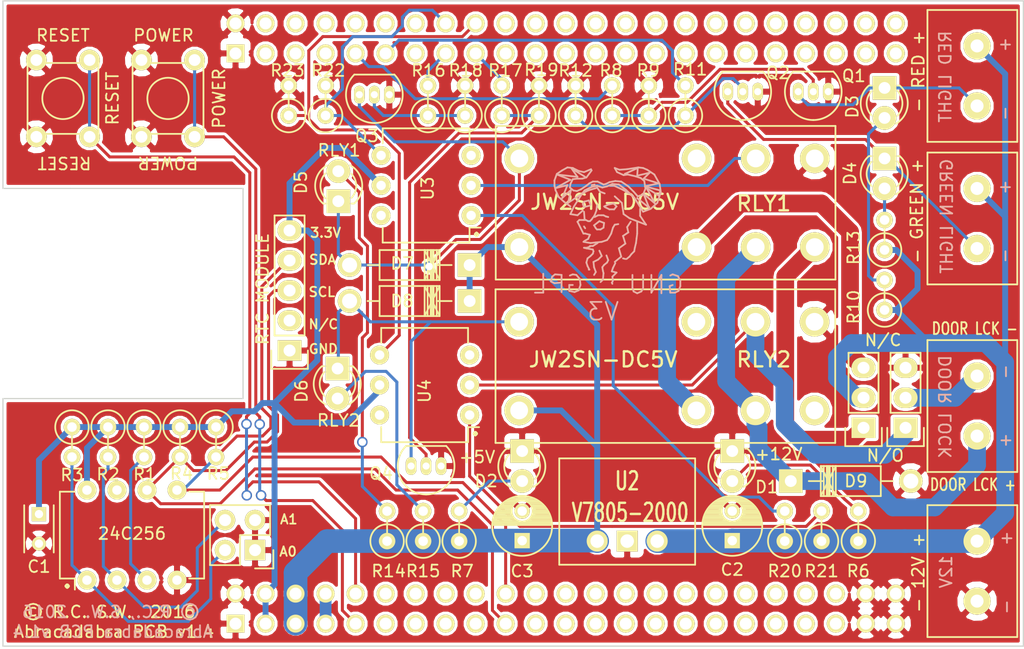
<source format=kicad_pcb>
(kicad_pcb (version 4) (host pcbnew 4.0.2+dfsg1-stable)
  (title_block (title "BeagleBone Black Cape") (date 2016-08-09) (rev 1.4) (comment 1 "License: GPL v3, https://github.com/bubbapizza/BBBdc") (comment 2 "Design by Rob Caruso") (comment 3 "Layout by Shawn Wilson"))
  (layers (0 F.Cu mixed) (31 B.Cu mixed) (34 B.Paste user) (35 F.Paste user) (36 B.SilkS user) (37 F.SilkS user) (38 B.Mask user) (39 F.Mask user) (44 Edge.Cuts user))
  (net 0 "")
  (net 1 /A0)
  (net 2 /A1)
  (net 3 /A2)
  (net 4 /I2C2_SCL)
  (net 5 /I2C2_SDA)
  (net 6 /SYS_5V)
  (net 7 GND)
  (net 8 +3V3)
  (net 9 +12V)
  (net 10 +5V)
  (net 11 "Net-(D1-Pad2)")
  (net 12 "Net-(D2-Pad2)")
  (net 13 "Net-(D3-Pad1)")
  (net 14 "Net-(D3-Pad2)")
  (net 15 "Net-(D4-Pad1)")
  (net 16 "Net-(D4-Pad2)")
  (net 17 "Net-(D5-Pad1)")
  (net 18 "Net-(D5-Pad2)")
  (net 19 "Net-(D6-Pad1)")
  (net 20 "Net-(D6-Pad2)")
  (net 21 "Net-(D9-Pad1)")
  (net 22 /MMC1_DAT6)
  (net 23 /MMC1_DAT7)
  (net 24 /MMC1_DAT2)
  (net 25 /MMC1_DAT3)
  (net 26 /GPIO_66)
  (net 27 /GPIO_67)
  (net 28 /GPIO_69)
  (net 29 /GPIO_68)
  (net 30 /GPIO_45)
  (net 31 /GPIO_44)
  (net 32 /EHRPWM2B)
  (net 33 /GPIO_26)
  (net 34 /LOCK_RELAYS/R1_ENGAGE)
  (net 35 /LOCK_RELAYS/R1_READ)
  (net 36 /LOCK_RELAYS/R2_ENGAGE)
  (net 37 /LOCK_RELAYS/R2_READ)
  (net 38 /EHRPWM2A)
  (net 39 /MMC1_CMD)
  (net 40 /MMC1_CLK)
  (net 41 /MMC1_DAT5)
  (net 42 /MMC1_DAT4)
  (net 43 /MMC1_DAT1)
  (net 44 /MMC1_DAT0)
  (net 45 /GPIO_61)
  (net 46 /LCD_VSYNC)
  (net 47 /LCD_PCLK)
  (net 48 /LCD_HSYNC)
  (net 49 /LCD_AC_BIAS)
  (net 50 /LCD_DATA14)
  (net 51 /LCD_DATA15)
  (net 52 /LCD_DATA13)
  (net 53 /LCD_DATA11)
  (net 54 /LCD_DATA12)
  (net 55 /LCD_DATA10)
  (net 56 /LCD_DATA8)
  (net 57 /LCD_DATA9)
  (net 58 /LCD_DATA6)
  (net 59 /LCD_DATA7)
  (net 60 /LCD_DATA4)
  (net 61 /LCD_DATA5)
  (net 62 /LCD_DATA2)
  (net 63 /LCD_DATA3)
  (net 64 /LCD_DATA0)
  (net 65 /LCD_DATA1)
  (net 66 /PWR_BUT)
  (net 67 /SYS_RESETn)
  (net 68 /UART4_RXD)
  (net 69 /GPIO_60)
  (net 70 /UART4_TXD)
  (net 71 /EHRPWM1A)
  (net 72 /GPIO_48)
  (net 73 /EHRPWM1B)
  (net 74 /SPIO_CSO)
  (net 75 /SPIO_D1)
  (net 76 /SPIO_DO)
  (net 77 /SPIO_SLCK)
  (net 78 /GPIO_49)
  (net 79 /UART1_TXD)
  (net 80 /GPIO_117)
  (net 81 /UART1_RXD)
  (net 82 /GPIO_115)
  (net 83 /SPI1_CS0)
  (net 84 /SPI1_D0)
  (net 85 /GPIO_112)
  (net 86 /SPI1_SCLK)
  (net 87 /VADC)
  (net 88 /AIN4)
  (net 89 /AGND)
  (net 90 /AIN6)
  (net 91 /AIN5)
  (net 92 /AIN2)
  (net 93 /AIN3)
  (net 94 /AIN0)
  (net 95 /AIN1)
  (net 96 /GPIO_20)
  (net 97 /ECAPWMO)
  (net 98 "Net-(P6-Pad2)")
  (net 99 "Net-(P7-Pad1)")
  (net 100 "Net-(P7-Pad2)")
  (net 101 "Net-(P8-Pad1)")
  (net 102 "Net-(P8-Pad3)")
  (net 103 "Net-(Q1-Pad2)")
  (net 104 "Net-(Q2-Pad2)")
  (net 105 "Net-(Q3-Pad2)")
  (net 106 "Net-(Q4-Pad2)")
  (net 107 "Net-(R20-Pad2)")
  (net 108 "Net-(R21-Pad2)")
  (net 109 "Net-(RLY1-Pad6)")
  (net 110 "Net-(RLY1-Pad7)")
  (net 111 "Net-(RLY2-Pad7)")
  (net 112 "Net-(U1-Pad7)")
  (net 113 "Net-(U3-Pad6)")
  (net 114 "Net-(U4-Pad6)")
  (net 115 "Net-(RLY2-Pad4)")
  (module Capacitors_ThroughHole:C_Radial_D5_L6_P2.5 (layer F.Cu) (at 156.21 130.77 90)
    (fp_text reference C2 (at -2.453 0 180) (layer F.SilkS))
    (fp_text value "10 uF (25V)")
    (pad 1 thru_hole rect (at 0 0 90) (size 1.3 1.3) (drill 0.8) (layers *.Cu *.Mask F.SilkS) (net 9 +12V))
    (pad 2 thru_hole circle (at 2.5 0 90) (size 1.3 1.3) (drill 0.8) (layers *.Cu *.Mask F.SilkS) (net 7 GND))
  )
  (module Capacitors_ThroughHole:C_Radial_D5_L6_P2.5 (layer F.Cu) (at 138.43 130.77 90)
    (fp_text reference C3 (at -2.58 0 180) (layer F.SilkS))
    (fp_text value "22 uF (16V)")
    (pad 1 thru_hole rect (at 0 0 90) (size 1.3 1.3) (drill 0.8) (layers *.Cu *.Mask F.SilkS) (net 10 +5V))
    (pad 2 thru_hole circle (at 2.5 0 90) (size 1.3 1.3) (drill 0.8) (layers *.Cu *.Mask F.SilkS) (net 7 GND))
  )
  (module LEDs:LED-3MM (layer F.Cu) (at 156.21 123.19 270)
    (fp_text reference D1 (at 3.048 -2.921 360) (layer F.SilkS))
    (fp_text value "PWR +12V")
    (pad 1 thru_hole rect (at 0 0) (size 2 2) (drill 1.00076) (layers *.Cu *.Mask F.SilkS) (net 7 GND))
    (pad 2 thru_hole circle (at 2.54 0 270) (size 2 2) (drill 1.00076) (layers *.Cu *.Mask F.SilkS) (net 11 "Net-(D1-Pad2)"))
  )
  (module LEDs:LED-3MM (layer F.Cu) (at 138.43 123.19 270)
    (fp_text reference D2 (at 2.54 3.048 360) (layer F.SilkS))
    (fp_text value "PWR +5V")
    (pad 1 thru_hole rect (at 0 0) (size 2 2) (drill 1.00076) (layers *.Cu *.Mask F.SilkS) (net 7 GND))
    (pad 2 thru_hole circle (at 2.54 0 270) (size 2 2) (drill 1.00076) (layers *.Cu *.Mask F.SilkS) (net 12 "Net-(D2-Pad2)"))
  )
  (module LEDs:LED-3MM (layer F.Cu) (at 169.1005 92.456 270)
    (fp_text reference D3 (at 1.5875 2.7305 270) (layer F.SilkS))
    (fp_text value RED)
    (pad 1 thru_hole rect (at 0 0) (size 2 2) (drill 1.00076) (layers *.Cu *.Mask F.SilkS) (net 13 "Net-(D3-Pad1)"))
    (pad 2 thru_hole circle (at 2.54 0 270) (size 2 2) (drill 1.00076) (layers *.Cu *.Mask F.SilkS) (net 14 "Net-(D3-Pad2)"))
  )
  (module LEDs:LED-3MM (layer F.Cu) (at 169.1005 98.425 270)
    (fp_text reference D4 (at 1.27 2.921 450) (layer F.SilkS))
    (fp_text value GREEN)
    (pad 1 thru_hole rect (at 0 0) (size 2 2) (drill 1.00076) (layers *.Cu *.Mask F.SilkS) (net 15 "Net-(D4-Pad1)"))
    (pad 2 thru_hole circle (at 2.54 0 270) (size 2 2) (drill 1.00076) (layers *.Cu *.Mask F.SilkS) (net 16 "Net-(D4-Pad2)"))
  )
  (module Diodes_ThroughHole:Diode_DO-41_SOD81_Horizontal_RM10 (layer F.Cu) (at 133.985 107.44454 180)
    (fp_text reference D7 (at 5.715 0.12954 180) (layer F.SilkS))
    (fp_text value 1N4007)
    (pad 2 thru_hole circle (at 10.16 -0.00254) (size 1.99898 1.99898) (drill 1.27) (layers *.Cu *.Mask F.SilkS) (net 17 "Net-(D5-Pad1)"))
    (pad 1 thru_hole rect (at 0 -0.00254) (size 1.99898 1.99898) (drill 1.00076) (layers *.Cu *.Mask F.SilkS) (net 10 +5V))
  )
  (module Diodes_ThroughHole:Diode_DO-41_SOD81_Horizontal_RM10 (layer F.Cu) (at 133.985 110.49 180)
    (fp_text reference D8 (at 5.715 -0.00254 180) (layer F.SilkS))
    (fp_text value 1N4007)
    (pad 2 thru_hole circle (at 10.16 -0.00254) (size 1.99898 1.99898) (drill 1.27) (layers *.Cu *.Mask F.SilkS) (net 19 "Net-(D6-Pad1)"))
    (pad 1 thru_hole rect (at 0 -0.00254) (size 1.99898 1.99898) (drill 1.00076) (layers *.Cu *.Mask F.SilkS) (net 10 +5V))
  )
  (module Diodes_ThroughHole:Diode_DO-41_SOD81_Horizontal_RM10 (layer F.Cu) (at 161.163 125.73254)
    (fp_text reference D9 (at 5.5118 -0.00254) (layer F.SilkS))
    (fp_text value 1N4007)
    (pad 2 thru_hole circle (at 10.16 -0.00254 180) (size 1.99898 1.99898) (drill 1.27) (layers *.Cu *.Mask F.SilkS) (net 7 GND))
    (pad 1 thru_hole rect (at 0 -0.00254 180) (size 1.99898 1.99898) (drill 1.00076) (layers *.Cu *.Mask F.SilkS) (net 21 "Net-(D9-Pad1)"))
  )
  (module Pin_Headers:Pin_Header_Straight_1x05 (layer F.Cu) (at 118.745 114.681 180)
    (fp_text reference P6 hide)
    (fp_text value "RTC MODULE" (at 2.286 5.207 270) (layer F.SilkS))
    (pad 1 thru_hole rect (at 0 0 180) (size 2.032 1.7272) (drill 1.016) (layers *.Cu *.Mask F.SilkS) (net 7 GND))
    (pad 2 thru_hole oval (at 0 2.54 180) (size 2.032 1.7272) (drill 1.016) (layers *.Cu *.Mask F.SilkS) (net 98 "Net-(P6-Pad2)"))
    (pad 3 thru_hole oval (at 0 5.08 180) (size 2.032 1.7272) (drill 1.016) (layers *.Cu *.Mask F.SilkS) (net 4 /I2C2_SCL))
    (pad 4 thru_hole oval (at 0 7.62 180) (size 2.032 1.7272) (drill 1.016) (layers *.Cu *.Mask F.SilkS) (net 5 /I2C2_SDA))
    (pad 5 thru_hole oval (at 0 10.16 180) (size 2.032 1.7272) (drill 1.016) (layers *.Cu *.Mask F.SilkS) (net 8 +3V3))
  )
  (module Pin_Headers:Pin_Header_Straight_1x03 (layer F.Cu) (at 170.8785 121.2215 180)
    (fp_text reference P7 hide)
    (fp_text value "NC/NO JUMPER" hide)
    (pad 1 thru_hole rect (at 0 0 180) (size 2.032 1.7272) (drill 1.016) (layers *.Cu *.Mask F.SilkS) (net 99 "Net-(P7-Pad1)"))
    (pad 2 thru_hole oval (at 0 2.54 180) (size 2.032 1.7272) (drill 1.016) (layers *.Cu *.Mask F.SilkS) (net 100 "Net-(P7-Pad2)"))
    (pad 3 thru_hole oval (at 0 5.08 180) (size 2.032 1.7272) (drill 1.016) (layers *.Cu *.Mask F.SilkS) (net 7 GND))
  )
  (module Pin_Headers:Pin_Header_Straight_1x03 (layer F.Cu) (at 167.3225 121.2215 180)
    (fp_text reference P8 hide)
    (fp_text value "NC/NO JUMPER" hide)
    (pad 1 thru_hole rect (at 0 0 180) (size 2.032 1.7272) (drill 1.016) (layers *.Cu *.Mask F.SilkS) (net 101 "Net-(P8-Pad1)"))
    (pad 2 thru_hole oval (at 0 2.54 180) (size 2.032 1.7272) (drill 1.016) (layers *.Cu *.Mask F.SilkS) (net 9 +12V))
    (pad 3 thru_hole oval (at 0 5.08 180) (size 2.032 1.7272) (drill 1.016) (layers *.Cu *.Mask F.SilkS) (net 102 "Net-(P8-Pad3)"))
  )
  (module TO_SOT_Packages_THT:TO-92_Inline_Narrow_Oval (layer F.Cu) (at 164.338 92.7735 180)
    (fp_text reference Q1 (at -2.159 1.3335 360) (layer F.SilkS))
    (fp_text value 2N7000)
    (pad 2 thru_hole oval (at 1.27 0) (size 0.89916 1.50114) (drill 0.6) (layers *.Cu *.Mask F.SilkS) (net 103 "Net-(Q1-Pad2)"))
    (pad 3 thru_hole oval (at 2.54 0) (size 0.89916 1.50114) (drill 0.6) (layers *.Cu *.Mask F.SilkS) (net 13 "Net-(D3-Pad1)"))
    (pad 1 thru_hole oval (at 0 0) (size 0.89916 1.50114) (drill 0.6) (layers *.Cu *.Mask F.SilkS) (net 7 GND))
  )
  (module TO_SOT_Packages_THT:TO-92_Inline_Narrow_Oval (layer F.Cu) (at 158.369 92.7735 180)
    (fp_text reference Q2 (at -1.7145 1.5875 360) (layer F.SilkS))
    (fp_text value 2N7000)
    (pad 2 thru_hole oval (at 1.27 0) (size 0.89916 1.50114) (drill 0.6) (layers *.Cu *.Mask F.SilkS) (net 104 "Net-(Q2-Pad2)"))
    (pad 3 thru_hole oval (at 2.54 0) (size 0.89916 1.50114) (drill 0.6) (layers *.Cu *.Mask F.SilkS) (net 15 "Net-(D4-Pad1)"))
    (pad 1 thru_hole oval (at 0 0) (size 0.89916 1.50114) (drill 0.6) (layers *.Cu *.Mask F.SilkS) (net 7 GND))
  )
  (module TO_SOT_Packages_THT:TO-92_Inline_Narrow_Oval (layer F.Cu) (at 127.1905 93.0275 180)
    (fp_text reference Q3 (at 1.905 -3.4925 180) (layer F.SilkS))
    (fp_text value 2N7000)
    (pad 2 thru_hole oval (at 1.27 0) (size 0.89916 1.50114) (drill 0.6) (layers *.Cu *.Mask F.SilkS) (net 105 "Net-(Q3-Pad2)"))
    (pad 3 thru_hole oval (at 2.54 0) (size 0.89916 1.50114) (drill 0.6) (layers *.Cu *.Mask F.SilkS) (net 17 "Net-(D5-Pad1)"))
    (pad 1 thru_hole oval (at 0 0) (size 0.89916 1.50114) (drill 0.6) (layers *.Cu *.Mask F.SilkS) (net 7 GND))
  )
  (module TO_SOT_Packages_THT:TO-92_Inline_Narrow_Oval (layer F.Cu) (at 131.572 124.46 180)
    (fp_text reference Q4 (at 5.08 -0.635 180) (layer F.SilkS))
    (fp_text value 2N7000)
    (pad 2 thru_hole oval (at 1.27 0) (size 0.89916 1.50114) (drill 0.6) (layers *.Cu *.Mask F.SilkS) (net 106 "Net-(Q4-Pad2)"))
    (pad 3 thru_hole oval (at 2.54 0) (size 0.89916 1.50114) (drill 0.6) (layers *.Cu *.Mask F.SilkS) (net 19 "Net-(D6-Pad1)"))
    (pad 1 thru_hole oval (at 0 0) (size 0.89916 1.50114) (drill 0.6) (layers *.Cu *.Mask F.SilkS) (net 7 GND))
  )
  (module Housings_DIP:DIP-6_W7.62mm (layer F.Cu) (at 134.112 103.251 180)
    (fp_text reference U3 (at 3.683 2.286 270) (layer F.SilkS))
    (fp_text value 4N25)
    (pad 1 thru_hole oval (at 0 0 180) (size 1.6 1.6) (drill 0.8) (layers *.Cu *.Mask F.SilkS) (net 107 "Net-(R20-Pad2)"))
    (pad 2 thru_hole oval (at 0 2.54 180) (size 1.6 1.6) (drill 0.8) (layers *.Cu *.Mask F.SilkS) (net 109 "Net-(RLY1-Pad6)"))
    (pad 3 thru_hole oval (at 0 5.08 180) (size 1.6 1.6) (drill 0.8) (layers *.Cu *.Mask F.SilkS))
    (pad 4 thru_hole oval (at 7.62 5.08 180) (size 1.6 1.6) (drill 0.8) (layers *.Cu *.Mask F.SilkS) (net 35 /LOCK_RELAYS/R1_READ))
    (pad 5 thru_hole oval (at 7.62 2.54 180) (size 1.6 1.6) (drill 0.8) (layers *.Cu *.Mask F.SilkS) (net 8 +3V3))
    (pad 6 thru_hole oval (at 7.62 0 180) (size 1.6 1.6) (drill 0.8) (layers *.Cu *.Mask F.SilkS) (net 113 "Net-(U3-Pad6)"))
  )
  (module Housings_DIP:DIP-6_W7.62mm (layer F.Cu) (at 133.985 120.142 180)
    (fp_text reference U4 (at 3.81 2.032 270) (layer F.SilkS))
    (fp_text value 4N25)
    (pad 1 thru_hole oval (at 0 0 180) (size 1.6 1.6) (drill 0.8) (layers *.Cu *.Mask F.SilkS) (net 108 "Net-(R21-Pad2)"))
    (pad 2 thru_hole oval (at 0 2.54 180) (size 1.6 1.6) (drill 0.8) (layers *.Cu *.Mask F.SilkS) (net 99 "Net-(P7-Pad1)"))
    (pad 3 thru_hole oval (at 0 5.08 180) (size 1.6 1.6) (drill 0.8) (layers *.Cu *.Mask F.SilkS))
    (pad 4 thru_hole oval (at 7.62 5.08 180) (size 1.6 1.6) (drill 0.8) (layers *.Cu *.Mask F.SilkS) (net 37 /LOCK_RELAYS/R2_READ))
    (pad 5 thru_hole oval (at 7.62 2.54 180) (size 1.6 1.6) (drill 0.8) (layers *.Cu *.Mask F.SilkS) (net 8 +3V3))
    (pad 6 thru_hole oval (at 7.62 0 180) (size 1.6 1.6) (drill 0.8) (layers *.Cu *.Mask F.SilkS) (net 114 "Net-(U4-Pad6)"))
  )
  (module Housings_DIP:DIP-8_W7.62mm (layer F.Cu) (at 101.6 134.112 90)
    (fp_text reference U1 hide)
    (fp_text value 24C256 (at 3.937 3.81 180) (layer F.SilkS))
    (pad 1 thru_hole oval (at 0 0 90) (size 1.6 1.6) (drill 0.8) (layers *.Cu *.Mask F.SilkS) (net 1 /A0))
    (pad 2 thru_hole oval (at 0 2.54 90) (size 1.6 1.6) (drill 0.8) (layers *.Cu *.Mask F.SilkS) (net 2 /A1))
    (pad 3 thru_hole oval (at 0 5.08 90) (size 1.6 1.6) (drill 0.8) (layers *.Cu *.Mask F.SilkS) (net 3 /A2))
    (pad 4 thru_hole oval (at 0 7.62 90) (size 1.6 1.6) (drill 0.8) (layers *.Cu *.Mask F.SilkS) (net 7 GND))
    (pad 5 thru_hole oval (at 7.62 7.62 90) (size 1.6 1.6) (drill 0.8) (layers *.Cu *.Mask F.SilkS) (net 5 /I2C2_SDA))
    (pad 6 thru_hole oval (at 7.62 5.08 90) (size 1.6 1.6) (drill 0.8) (layers *.Cu *.Mask F.SilkS) (net 4 /I2C2_SCL))
    (pad 7 thru_hole oval (at 7.62 2.54 90) (size 1.6 1.6) (drill 0.8) (layers *.Cu *.Mask F.SilkS) (net 112 "Net-(U1-Pad7)"))
    (pad 8 thru_hole oval (at 7.62 0 90) (size 1.6 1.6) (drill 0.8) (layers *.Cu *.Mask F.SilkS) (net 8 +3V3))
  )
  (module Discret:R1 (layer F.Cu) (at 106.426 122.428 270)
    (fp_text reference R1 (at 2.7305 -0.0635 360) (layer F.SilkS))
    (fp_text value 4.7k)
    (pad 1 thru_hole circle (at -1.27 0 270) (size 1.397 1.397) (drill 0.8128) (layers *.Cu *.Mask F.SilkS) (net 8 +3V3))
    (pad 2 thru_hole circle (at 1.27 0 270) (size 1.397 1.397) (drill 0.8128) (layers *.Cu *.Mask F.SilkS) (net 3 /A2))
  )
  (module Discret:R1 (layer F.Cu) (at 103.378 122.428 270)
    (fp_text reference R2 (at 2.7305 0 360) (layer F.SilkS))
    (fp_text value 4.7k)
    (pad 1 thru_hole circle (at -1.27 0 270) (size 1.397 1.397) (drill 0.8128) (layers *.Cu *.Mask F.SilkS) (net 8 +3V3))
    (pad 2 thru_hole circle (at 1.27 0 270) (size 1.397 1.397) (drill 0.8128) (layers *.Cu *.Mask F.SilkS) (net 2 /A1))
  )
  (module Discret:R1 (layer F.Cu) (at 100.33 122.428 270)
    (fp_text reference R3 (at 2.794 0 360) (layer F.SilkS))
    (fp_text value 4.7k)
    (pad 1 thru_hole circle (at -1.27 0 270) (size 1.397 1.397) (drill 0.8128) (layers *.Cu *.Mask F.SilkS) (net 8 +3V3))
    (pad 2 thru_hole circle (at 1.27 0 270) (size 1.397 1.397) (drill 0.8128) (layers *.Cu *.Mask F.SilkS) (net 1 /A0))
  )
  (module Discret:R1 (layer F.Cu) (at 109.474 122.428 270)
    (fp_text reference R4 (at 2.667 -0.127 540) (layer F.SilkS))
    (fp_text value 5.6k)
    (pad 1 thru_hole circle (at -1.27 0 270) (size 1.397 1.397) (drill 0.8128) (layers *.Cu *.Mask F.SilkS) (net 8 +3V3))
    (pad 2 thru_hole circle (at 1.27 0 270) (size 1.397 1.397) (drill 0.8128) (layers *.Cu *.Mask F.SilkS) (net 4 /I2C2_SCL))
  )
  (module Discret:R1 (layer F.Cu) (at 112.522 122.428 270)
    (fp_text reference R5 (at 2.667 -0.1905 360) (layer F.SilkS))
    (fp_text value 5.6k)
    (pad 1 thru_hole circle (at -1.27 0 270) (size 1.397 1.397) (drill 0.8128) (layers *.Cu *.Mask F.SilkS) (net 8 +3V3))
    (pad 2 thru_hole circle (at 1.27 0 270) (size 1.397 1.397) (drill 0.8128) (layers *.Cu *.Mask F.SilkS) (net 5 /I2C2_SDA))
  )
  (module Discret:R1 (layer F.Cu) (at 166.878 129.54 90)
    (fp_text reference R6 (at -3.81 0 180) (layer F.SilkS))
    (fp_text value 1k)
    (pad 1 thru_hole circle (at -1.27 0 90) (size 1.397 1.397) (drill 0.8128) (layers *.Cu *.Mask F.SilkS) (net 9 +12V))
    (pad 2 thru_hole circle (at 1.27 0 90) (size 1.397 1.397) (drill 0.8128) (layers *.Cu *.Mask F.SilkS) (net 11 "Net-(D1-Pad2)"))
  )
  (module Discret:R1 (layer F.Cu) (at 133.096 129.54 90)
    (fp_text reference R7 (at -3.81 0.254 180) (layer F.SilkS))
    (fp_text value 330)
    (pad 1 thru_hole circle (at -1.27 0 90) (size 1.397 1.397) (drill 0.8128) (layers *.Cu *.Mask F.SilkS) (net 10 +5V))
    (pad 2 thru_hole circle (at 1.27 0 90) (size 1.397 1.397) (drill 0.8128) (layers *.Cu *.Mask F.SilkS) (net 12 "Net-(D2-Pad2)"))
  )
  (module Discret:R1 (layer F.Cu) (at 146.05 93.5228 90)
    (fp_text reference R8 (at 2.54 -0.1016 180) (layer F.SilkS))
    (fp_text value 330)
    (pad 1 thru_hole circle (at -1.27 0 90) (size 1.397 1.397) (drill 0.8128) (layers *.Cu *.Mask F.SilkS) (net 103 "Net-(Q1-Pad2)"))
    (pad 2 thru_hole circle (at 1.27 0 90) (size 1.397 1.397) (drill 0.8128) (layers *.Cu *.Mask F.SilkS) (net 28 /GPIO_69))
  )
  (module Discret:R1 (layer F.Cu) (at 149.1488 93.5228 90)
    (fp_text reference R9 (at 2.54 -0.0508 180) (layer F.SilkS))
    (fp_text value 10k)
    (pad 1 thru_hole circle (at -1.27 0 90) (size 1.397 1.397) (drill 0.8128) (layers *.Cu *.Mask F.SilkS) (net 103 "Net-(Q1-Pad2)"))
    (pad 2 thru_hole circle (at 1.27 0 90) (size 1.397 1.397) (drill 0.8128) (layers *.Cu *.Mask F.SilkS) (net 7 GND))
  )
  (module Discret:R1 (layer F.Cu) (at 169.1005 109.982 90)
    (fp_text reference R10 (at -1.016 -2.6035 270) (layer F.SilkS))
    (fp_text value 1k)
    (pad 1 thru_hole circle (at -1.27 0 90) (size 1.397 1.397) (drill 0.8128) (layers *.Cu *.Mask F.SilkS) (net 9 +12V))
    (pad 2 thru_hole circle (at 1.27 0 90) (size 1.397 1.397) (drill 0.8128) (layers *.Cu *.Mask F.SilkS) (net 14 "Net-(D3-Pad2)"))
  )
  (module Discret:R1 (layer F.Cu) (at 152.2476 93.5228 90)
    (fp_text reference R11 (at 2.6416 0.4064 180) (layer F.SilkS))
    (fp_text value 330)
    (pad 1 thru_hole circle (at -1.27 0 90) (size 1.397 1.397) (drill 0.8128) (layers *.Cu *.Mask F.SilkS) (net 104 "Net-(Q2-Pad2)"))
    (pad 2 thru_hole circle (at 1.27 0 90) (size 1.397 1.397) (drill 0.8128) (layers *.Cu *.Mask F.SilkS) (net 30 /GPIO_45))
  )
  (module Discret:R1 (layer F.Cu) (at 142.9512 93.5228 90)
    (fp_text reference R12 (at 2.54 0 180) (layer F.SilkS))
    (fp_text value 10k)
    (pad 1 thru_hole circle (at -1.27 0 90) (size 1.397 1.397) (drill 0.8128) (layers *.Cu *.Mask F.SilkS) (net 104 "Net-(Q2-Pad2)"))
    (pad 2 thru_hole circle (at 1.27 0 90) (size 1.397 1.397) (drill 0.8128) (layers *.Cu *.Mask F.SilkS) (net 7 GND))
  )
  (module Discret:R1 (layer F.Cu) (at 169.1005 104.902 90)
    (fp_text reference R13 (at -1.0795 -2.6035 270) (layer F.SilkS))
    (fp_text value 1k)
    (pad 1 thru_hole circle (at -1.27 0 90) (size 1.397 1.397) (drill 0.8128) (layers *.Cu *.Mask F.SilkS) (net 9 +12V))
    (pad 2 thru_hole circle (at 1.27 0 90) (size 1.397 1.397) (drill 0.8128) (layers *.Cu *.Mask F.SilkS) (net 16 "Net-(D4-Pad2)"))
  )
  (module Discret:R1 (layer F.Cu) (at 127 129.54 90)
    (fp_text reference R14 (at -3.81 0.127 180) (layer F.SilkS))
    (fp_text value 330)
    (pad 1 thru_hole circle (at -1.27 0 90) (size 1.397 1.397) (drill 0.8128) (layers *.Cu *.Mask F.SilkS) (net 10 +5V))
    (pad 2 thru_hole circle (at 1.27 0 90) (size 1.397 1.397) (drill 0.8128) (layers *.Cu *.Mask F.SilkS) (net 18 "Net-(D5-Pad2)"))
  )
  (module Discret:R1 (layer F.Cu) (at 130.048 129.54 90)
    (fp_text reference R15 (at -3.81 0 180) (layer F.SilkS))
    (fp_text value 330)
    (pad 1 thru_hole circle (at -1.27 0 90) (size 1.397 1.397) (drill 0.8128) (layers *.Cu *.Mask F.SilkS) (net 10 +5V))
    (pad 2 thru_hole circle (at 1.27 0 90) (size 1.397 1.397) (drill 0.8128) (layers *.Cu *.Mask F.SilkS) (net 20 "Net-(D6-Pad2)"))
  )
  (module Discret:R1 (layer F.Cu) (at 130.4544 93.5228 90)
    (fp_text reference R16 (at 2.54 0.0508 180) (layer F.SilkS))
    (fp_text value 330)
    (pad 1 thru_hole circle (at -1.27 0 90) (size 1.397 1.397) (drill 0.8128) (layers *.Cu *.Mask F.SilkS) (net 105 "Net-(Q3-Pad2)"))
    (pad 2 thru_hole circle (at 1.27 0 90) (size 1.397 1.397) (drill 0.8128) (layers *.Cu *.Mask F.SilkS) (net 34 /LOCK_RELAYS/R1_ENGAGE))
  )
  (module Discret:R1 (layer F.Cu) (at 136.7028 93.5228 90)
    (fp_text reference R17 (at 2.54 0.3048 180) (layer F.SilkS))
    (fp_text value 330)
    (pad 1 thru_hole circle (at -1.27 0 90) (size 1.397 1.397) (drill 0.8128) (layers *.Cu *.Mask F.SilkS) (net 106 "Net-(Q4-Pad2)"))
    (pad 2 thru_hole circle (at 1.27 0 90) (size 1.397 1.397) (drill 0.8128) (layers *.Cu *.Mask F.SilkS) (net 36 /LOCK_RELAYS/R2_ENGAGE))
  )
  (module Discret:R1 (layer F.Cu) (at 133.604 93.5228 90)
    (fp_text reference R18 (at 2.54 0.0508 180) (layer F.SilkS))
    (fp_text value 10k)
    (pad 1 thru_hole circle (at -1.27 0 90) (size 1.397 1.397) (drill 0.8128) (layers *.Cu *.Mask F.SilkS) (net 105 "Net-(Q3-Pad2)"))
    (pad 2 thru_hole circle (at 1.27 0 90) (size 1.397 1.397) (drill 0.8128) (layers *.Cu *.Mask F.SilkS) (net 7 GND))
  )
  (module Discret:R1 (layer F.Cu) (at 139.8524 93.5228 90)
    (fp_text reference R19 (at 2.5908 0.2032 180) (layer F.SilkS))
    (fp_text value 10k)
    (pad 1 thru_hole circle (at -1.27 0 90) (size 1.397 1.397) (drill 0.8128) (layers *.Cu *.Mask F.SilkS) (net 106 "Net-(Q4-Pad2)"))
    (pad 2 thru_hole circle (at 1.27 0 90) (size 1.397 1.397) (drill 0.8128) (layers *.Cu *.Mask F.SilkS) (net 7 GND))
  )
  (module Discret:R1 (layer F.Cu) (at 160.655 129.54 90)
    (fp_text reference R20 (at -3.81 0 180) (layer F.SilkS))
    (fp_text value 1k)
    (pad 1 thru_hole circle (at -1.27 0 90) (size 1.397 1.397) (drill 0.8128) (layers *.Cu *.Mask F.SilkS) (net 9 +12V))
    (pad 2 thru_hole circle (at 1.27 0 90) (size 1.397 1.397) (drill 0.8128) (layers *.Cu *.Mask F.SilkS) (net 107 "Net-(R20-Pad2)"))
  )
  (module Discret:R1 (layer F.Cu) (at 163.7665 129.54 90)
    (fp_text reference R21 (at -3.81 0 180) (layer F.SilkS))
    (fp_text value 1k)
    (pad 1 thru_hole circle (at -1.27 0 90) (size 1.397 1.397) (drill 0.8128) (layers *.Cu *.Mask F.SilkS) (net 9 +12V))
    (pad 2 thru_hole circle (at 1.27 0 90) (size 1.397 1.397) (drill 0.8128) (layers *.Cu *.Mask F.SilkS) (net 108 "Net-(R21-Pad2)"))
  )
  (module Discret:R1 (layer F.Cu) (at 121.793 93.5228 90)
    (fp_text reference R22 (at 2.54 0.2286 180) (layer F.SilkS))
    (fp_text value 2k)
    (pad 1 thru_hole circle (at -1.27 0 90) (size 1.397 1.397) (drill 0.8128) (layers *.Cu *.Mask F.SilkS) (net 35 /LOCK_RELAYS/R1_READ))
    (pad 2 thru_hole circle (at 1.27 0 90) (size 1.397 1.397) (drill 0.8128) (layers *.Cu *.Mask F.SilkS) (net 7 GND))
  )
  (module Capacitors_ThroughHole:C_Rect_L4_W2.5_P2.5 (layer F.Cu) (at 97.536 128.524 270)
    (fp_text reference C1 (at 4.445 0 360) (layer F.SilkS))
    (fp_text value "0.1uF (25V)")
    (pad 1 thru_hole rect (at 0 0 270) (size 1.2 1.2) (drill 0.7) (layers *.Cu *.Mask F.SilkS) (net 8 +3V3))
    (pad 2 thru_hole circle (at 2.5 0 270) (size 1.2 1.2) (drill 0.7) (layers *.Cu *.Mask F.SilkS) (net 7 GND))
  )
  (module beagleboard:BEAGLEBONE_BLACK_NO_PERIMETER (layer F.Cu) (at 94.488 139.7)
    (fp_text reference P1 hide)
    (fp_text value BEAGLEBONE_BLACK hide)
    (pad A1 thru_hole rect (at 19.685 -50.165) (size 1.524 1.524) (drill 1.016) (layers *.Cu *.Mask F.SilkS) (net 7 GND))
    (pad A2 thru_hole circle (at 19.685 -52.705) (size 1.524 1.524) (drill 1.016) (layers *.Cu *.Mask F.SilkS) (net 7 GND))
    (pad A3 thru_hole circle (at 22.225 -50.165) (size 1.524 1.524) (drill 1.016) (layers *.Cu *.Mask F.SilkS) (net 22 /MMC1_DAT6))
    (pad A4 thru_hole circle (at 22.225 -52.705) (size 1.524 1.524) (drill 1.016) (layers *.Cu *.Mask F.SilkS) (net 23 /MMC1_DAT7))
    (pad A5 thru_hole circle (at 24.765 -50.165) (size 1.524 1.524) (drill 1.016) (layers *.Cu *.Mask F.SilkS) (net 24 /MMC1_DAT2))
    (pad A6 thru_hole circle (at 24.765 -52.705) (size 1.524 1.524) (drill 1.016) (layers *.Cu *.Mask F.SilkS) (net 25 /MMC1_DAT3))
    (pad A7 thru_hole circle (at 27.305 -50.165) (size 1.524 1.524) (drill 1.016) (layers *.Cu *.Mask F.SilkS) (net 26 /GPIO_66))
    (pad A8 thru_hole circle (at 27.305 -52.705) (size 1.524 1.524) (drill 1.016) (layers *.Cu *.Mask F.SilkS) (net 27 /GPIO_67))
    (pad A9 thru_hole circle (at 29.845 -50.165) (size 1.524 1.524) (drill 1.016) (layers *.Cu *.Mask F.SilkS) (net 28 /GPIO_69))
    (pad A10 thru_hole circle (at 29.845 -52.705) (size 1.524 1.524) (drill 1.016) (layers *.Cu *.Mask F.SilkS) (net 29 /GPIO_68))
    (pad A11 thru_hole circle (at 32.385 -50.165) (size 1.524 1.524) (drill 1.016) (layers *.Cu *.Mask F.SilkS) (net 30 /GPIO_45))
    (pad A12 thru_hole circle (at 32.385 -52.705) (size 1.524 1.524) (drill 1.016) (layers *.Cu *.Mask F.SilkS) (net 31 /GPIO_44))
    (pad A13 thru_hole circle (at 34.925 -50.165) (size 1.524 1.524) (drill 1.016) (layers *.Cu *.Mask F.SilkS) (net 32 /EHRPWM2B))
    (pad A14 thru_hole circle (at 34.925 -52.705) (size 1.524 1.524) (drill 1.016) (layers *.Cu *.Mask F.SilkS) (net 33 /GPIO_26))
    (pad A15 thru_hole circle (at 37.465 -50.165) (size 1.524 1.524) (drill 1.016) (layers *.Cu *.Mask F.SilkS) (net 34 /LOCK_RELAYS/R1_ENGAGE))
    (pad A16 thru_hole circle (at 37.465 -52.705) (size 1.524 1.524) (drill 1.016) (layers *.Cu *.Mask F.SilkS) (net 35 /LOCK_RELAYS/R1_READ))
    (pad A17 thru_hole circle (at 40.005 -50.165) (size 1.524 1.524) (drill 1.016) (layers *.Cu *.Mask F.SilkS) (net 36 /LOCK_RELAYS/R2_ENGAGE))
    (pad A18 thru_hole circle (at 40.005 -52.705) (size 1.524 1.524) (drill 1.016) (layers *.Cu *.Mask F.SilkS) (net 37 /LOCK_RELAYS/R2_READ))
    (pad A19 thru_hole circle (at 42.545 -50.165) (size 1.524 1.524) (drill 1.016) (layers *.Cu *.Mask F.SilkS) (net 38 /EHRPWM2A))
    (pad A20 thru_hole circle (at 42.545 -52.705) (size 1.524 1.524) (drill 1.016) (layers *.Cu *.Mask F.SilkS) (net 39 /MMC1_CMD))
    (pad A21 thru_hole circle (at 45.085 -50.165) (size 1.524 1.524) (drill 1.016) (layers *.Cu *.Mask F.SilkS) (net 40 /MMC1_CLK))
    (pad A22 thru_hole circle (at 45.085 -52.705) (size 1.524 1.524) (drill 1.016) (layers *.Cu *.Mask F.SilkS) (net 41 /MMC1_DAT5))
    (pad A23 thru_hole circle (at 47.625 -50.165) (size 1.524 1.524) (drill 1.016) (layers *.Cu *.Mask F.SilkS) (net 42 /MMC1_DAT4))
    (pad A24 thru_hole circle (at 47.625 -52.705) (size 1.524 1.524) (drill 1.016) (layers *.Cu *.Mask F.SilkS) (net 43 /MMC1_DAT1))
    (pad A25 thru_hole circle (at 50.165 -50.165) (size 1.524 1.524) (drill 1.016) (layers *.Cu *.Mask F.SilkS) (net 44 /MMC1_DAT0))
    (pad A26 thru_hole circle (at 50.165 -52.705) (size 1.524 1.524) (drill 1.016) (layers *.Cu *.Mask F.SilkS) (net 45 /GPIO_61))
    (pad A27 thru_hole circle (at 52.705 -50.165) (size 1.524 1.524) (drill 1.016) (layers *.Cu *.Mask F.SilkS) (net 46 /LCD_VSYNC))
    (pad A28 thru_hole circle (at 52.705 -52.705) (size 1.524 1.524) (drill 1.016) (layers *.Cu *.Mask F.SilkS) (net 47 /LCD_PCLK))
    (pad A29 thru_hole circle (at 55.245 -50.165) (size 1.524 1.524) (drill 1.016) (layers *.Cu *.Mask F.SilkS) (net 48 /LCD_HSYNC))
    (pad A30 thru_hole circle (at 55.245 -52.705) (size 1.524 1.524) (drill 1.016) (layers *.Cu *.Mask F.SilkS) (net 49 /LCD_AC_BIAS))
    (pad A31 thru_hole circle (at 57.785 -50.165) (size 1.524 1.524) (drill 1.016) (layers *.Cu *.Mask F.SilkS) (net 50 /LCD_DATA14))
    (pad A32 thru_hole circle (at 57.785 -52.705) (size 1.524 1.524) (drill 1.016) (layers *.Cu *.Mask F.SilkS) (net 51 /LCD_DATA15))
    (pad A33 thru_hole circle (at 60.325 -50.165) (size 1.524 1.524) (drill 1.016) (layers *.Cu *.Mask F.SilkS) (net 52 /LCD_DATA13))
    (pad A34 thru_hole circle (at 60.325 -52.705) (size 1.524 1.524) (drill 1.016) (layers *.Cu *.Mask F.SilkS) (net 53 /LCD_DATA11))
    (pad A35 thru_hole circle (at 62.865 -50.165) (size 1.524 1.524) (drill 1.016) (layers *.Cu *.Mask F.SilkS) (net 54 /LCD_DATA12))
    (pad A36 thru_hole circle (at 62.865 -52.705) (size 1.524 1.524) (drill 1.016) (layers *.Cu *.Mask F.SilkS) (net 55 /LCD_DATA10))
    (pad A37 thru_hole circle (at 65.405 -50.165) (size 1.524 1.524) (drill 1.016) (layers *.Cu *.Mask F.SilkS) (net 56 /LCD_DATA8))
    (pad A38 thru_hole circle (at 65.405 -52.705) (size 1.524 1.524) (drill 1.016) (layers *.Cu *.Mask F.SilkS) (net 57 /LCD_DATA9))
    (pad A39 thru_hole circle (at 67.945 -50.165) (size 1.524 1.524) (drill 1.016) (layers *.Cu *.Mask F.SilkS) (net 58 /LCD_DATA6))
    (pad A40 thru_hole circle (at 67.945 -52.705) (size 1.524 1.524) (drill 1.016) (layers *.Cu *.Mask F.SilkS) (net 59 /LCD_DATA7))
    (pad A41 thru_hole circle (at 70.485 -50.165) (size 1.524 1.524) (drill 1.016) (layers *.Cu *.Mask F.SilkS) (net 60 /LCD_DATA4))
    (pad A42 thru_hole circle (at 70.485 -52.705) (size 1.524 1.524) (drill 1.016) (layers *.Cu *.Mask F.SilkS) (net 61 /LCD_DATA5))
    (pad A43 thru_hole circle (at 73.025 -50.165) (size 1.524 1.524) (drill 1.016) (layers *.Cu *.Mask F.SilkS) (net 62 /LCD_DATA2))
    (pad A44 thru_hole circle (at 73.025 -52.705) (size 1.524 1.524) (drill 1.016) (layers *.Cu *.Mask F.SilkS) (net 63 /LCD_DATA3))
    (pad A45 thru_hole circle (at 75.565 -50.165) (size 1.524 1.524) (drill 1.016) (layers *.Cu *.Mask F.SilkS) (net 64 /LCD_DATA0))
    (pad A46 thru_hole circle (at 75.565 -52.705) (size 1.524 1.524) (drill 1.016) (layers *.Cu *.Mask F.SilkS) (net 65 /LCD_DATA1))
    (pad B2 thru_hole circle (at 19.685 -4.445) (size 1.524 1.524) (drill 1.016) (layers *.Cu *.Mask F.SilkS) (net 7 GND))
    (pad B3 thru_hole circle (at 22.225 -1.905) (size 1.524 1.524) (drill 1.016) (layers *.Cu *.Mask F.SilkS) (net 8 +3V3))
    (pad B4 thru_hole circle (at 22.225 -4.445) (size 1.524 1.524) (drill 1.016) (layers *.Cu *.Mask F.SilkS) (net 8 +3V3))
    (pad B5 thru_hole circle (at 24.765 -1.905) (size 1.524 1.524) (drill 1.016) (layers *.Cu *.Mask F.SilkS) (net 10 +5V))
    (pad B6 thru_hole circle (at 24.765 -4.445) (size 1.524 1.524) (drill 1.016) (layers *.Cu *.Mask F.SilkS) (net 10 +5V))
    (pad B7 thru_hole circle (at 27.305 -1.905) (size 1.524 1.524) (drill 1.016) (layers *.Cu *.Mask F.SilkS) (net 6 /SYS_5V))
    (pad B8 thru_hole circle (at 27.305 -4.445) (size 1.524 1.524) (drill 1.016) (layers *.Cu *.Mask F.SilkS) (net 6 /SYS_5V))
    (pad B9 thru_hole circle (at 29.845 -1.905) (size 1.524 1.524) (drill 1.016) (layers *.Cu *.Mask F.SilkS) (net 66 /PWR_BUT))
    (pad B10 thru_hole circle (at 29.845 -4.445) (size 1.524 1.524) (drill 1.016) (layers *.Cu *.Mask F.SilkS) (net 67 /SYS_RESETn))
    (pad B11 thru_hole circle (at 32.385 -1.905) (size 1.524 1.524) (drill 1.016) (layers *.Cu *.Mask F.SilkS) (net 68 /UART4_RXD))
    (pad B12 thru_hole circle (at 32.385 -4.445) (size 1.524 1.524) (drill 1.016) (layers *.Cu *.Mask F.SilkS) (net 69 /GPIO_60))
    (pad B13 thru_hole circle (at 34.925 -1.905) (size 1.524 1.524) (drill 1.016) (layers *.Cu *.Mask F.SilkS) (net 70 /UART4_TXD))
    (pad B14 thru_hole circle (at 34.925 -4.445) (size 1.524 1.524) (drill 1.016) (layers *.Cu *.Mask F.SilkS) (net 71 /EHRPWM1A))
    (pad B15 thru_hole circle (at 37.465 -1.905) (size 1.524 1.524) (drill 1.016) (layers *.Cu *.Mask F.SilkS) (net 72 /GPIO_48))
    (pad B16 thru_hole circle (at 37.465 -4.445) (size 1.524 1.524) (drill 1.016) (layers *.Cu *.Mask F.SilkS) (net 73 /EHRPWM1B))
    (pad B17 thru_hole circle (at 40.005 -1.905) (size 1.524 1.524) (drill 1.016) (layers *.Cu *.Mask F.SilkS) (net 74 /SPIO_CSO))
    (pad B18 thru_hole circle (at 40.005 -4.445) (size 1.524 1.524) (drill 1.016) (layers *.Cu *.Mask F.SilkS) (net 75 /SPIO_D1))
    (pad B19 thru_hole circle (at 42.545 -1.905) (size 1.524 1.524) (drill 1.016) (layers *.Cu *.Mask F.SilkS) (net 4 /I2C2_SCL))
    (pad B20 thru_hole circle (at 42.545 -4.445) (size 1.524 1.524) (drill 1.016) (layers *.Cu *.Mask F.SilkS) (net 5 /I2C2_SDA))
    (pad B21 thru_hole circle (at 45.085 -1.905) (size 1.524 1.524) (drill 1.016) (layers *.Cu *.Mask F.SilkS) (net 76 /SPIO_DO))
    (pad B22 thru_hole circle (at 45.085 -4.445) (size 1.524 1.524) (drill 1.016) (layers *.Cu *.Mask F.SilkS) (net 77 /SPIO_SLCK))
    (pad B23 thru_hole circle (at 47.625 -1.905) (size 1.524 1.524) (drill 1.016) (layers *.Cu *.Mask F.SilkS) (net 78 /GPIO_49))
    (pad B24 thru_hole circle (at 47.625 -4.445) (size 1.524 1.524) (drill 1.016) (layers *.Cu *.Mask F.SilkS) (net 79 /UART1_TXD))
    (pad B25 thru_hole circle (at 50.165 -1.905) (size 1.524 1.524) (drill 1.016) (layers *.Cu *.Mask F.SilkS) (net 80 /GPIO_117))
    (pad B26 thru_hole circle (at 50.165 -4.445) (size 1.524 1.524) (drill 1.016) (layers *.Cu *.Mask F.SilkS) (net 81 /UART1_RXD))
    (pad B27 thru_hole circle (at 52.705 -1.905) (size 1.524 1.524) (drill 1.016) (layers *.Cu *.Mask F.SilkS) (net 82 /GPIO_115))
    (pad B28 thru_hole circle (at 52.705 -4.445) (size 1.524 1.524) (drill 1.016) (layers *.Cu *.Mask F.SilkS) (net 83 /SPI1_CS0))
    (pad B29 thru_hole circle (at 55.245 -1.905) (size 1.524 1.524) (drill 1.016) (layers *.Cu *.Mask F.SilkS) (net 84 /SPI1_D0))
    (pad B30 thru_hole circle (at 55.245 -4.445) (size 1.524 1.524) (drill 1.016) (layers *.Cu *.Mask F.SilkS) (net 85 /GPIO_112))
    (pad B31 thru_hole circle (at 57.785 -1.905) (size 1.524 1.524) (drill 1.016) (layers *.Cu *.Mask F.SilkS) (net 86 /SPI1_SCLK))
    (pad B32 thru_hole circle (at 57.785 -4.445) (size 1.524 1.524) (drill 1.016) (layers *.Cu *.Mask F.SilkS) (net 87 /VADC))
    (pad B33 thru_hole circle (at 60.325 -1.905) (size 1.524 1.524) (drill 1.016) (layers *.Cu *.Mask F.SilkS) (net 88 /AIN4))
    (pad B34 thru_hole circle (at 60.325 -4.445) (size 1.524 1.524) (drill 1.016) (layers *.Cu *.Mask F.SilkS) (net 89 /AGND))
    (pad B35 thru_hole circle (at 62.865 -1.905) (size 1.524 1.524) (drill 1.016) (layers *.Cu *.Mask F.SilkS) (net 90 /AIN6))
    (pad B36 thru_hole circle (at 62.865 -4.445) (size 1.524 1.524) (drill 1.016) (layers *.Cu *.Mask F.SilkS) (net 91 /AIN5))
    (pad B37 thru_hole circle (at 65.405 -1.905) (size 1.524 1.524) (drill 1.016) (layers *.Cu *.Mask F.SilkS) (net 92 /AIN2))
    (pad B38 thru_hole circle (at 65.405 -4.445) (size 1.524 1.524) (drill 1.016) (layers *.Cu *.Mask F.SilkS) (net 93 /AIN3))
    (pad B39 thru_hole circle (at 67.945 -1.905) (size 1.524 1.524) (drill 1.016) (layers *.Cu *.Mask F.SilkS) (net 94 /AIN0))
    (pad B40 thru_hole circle (at 67.945 -4.445) (size 1.524 1.524) (drill 1.016) (layers *.Cu *.Mask F.SilkS) (net 95 /AIN1))
    (pad B41 thru_hole circle (at 70.485 -1.905) (size 1.524 1.524) (drill 1.016) (layers *.Cu *.Mask F.SilkS) (net 96 /GPIO_20))
    (pad B42 thru_hole circle (at 70.485 -4.445) (size 1.524 1.524) (drill 1.016) (layers *.Cu *.Mask F.SilkS) (net 97 /ECAPWMO))
    (pad B43 thru_hole circle (at 73.025 -1.905) (size 1.524 1.524) (drill 1.016) (layers *.Cu *.Mask F.SilkS) (net 7 GND))
    (pad B44 thru_hole circle (at 73.025 -4.445) (size 1.524 1.524) (drill 1.016) (layers *.Cu *.Mask F.SilkS) (net 7 GND))
    (pad B45 thru_hole circle (at 75.565 -1.905) (size 1.524 1.524) (drill 1.016) (layers *.Cu *.Mask F.SilkS) (net 7 GND))
    (pad B46 thru_hole circle (at 75.565 -4.445) (size 1.524 1.524) (drill 1.016) (layers *.Cu *.Mask F.SilkS) (net 7 GND))
    (pad B1 thru_hole rect (at 19.685 -1.905) (size 1.524 1.524) (drill 1.016) (layers *.Cu *.Mask F.SilkS) (net 7 GND))
  )
  (module Symbols:Symbol_GNU-Logo_SilkscreenTop (layer B.Cu) (at 145.415 102.9335 180)
    (fp_text reference REF** hide)
    (fp_text value Symbol_GNU-Logo_SilkscreenTop)
  )
  (module LEDs:LED-3MM (layer F.Cu) (at 122.8725 102.0445 90)
    (fp_text reference D5 (at 1.5875 -3.175 90) (layer F.SilkS))
    (fp_text value "RELAY ON")
    (pad 1 thru_hole rect (at 0 0 180) (size 2 2) (drill 1.00076) (layers *.Cu *.Mask F.SilkS) (net 17 "Net-(D5-Pad1)"))
    (pad 2 thru_hole circle (at 2.54 0 90) (size 2 2) (drill 1.00076) (layers *.Cu *.Mask F.SilkS) (net 18 "Net-(D5-Pad2)"))
  )
  (module Pin_Headers:Pin_Header_Straight_2x02 (layer F.Cu) (at 115.824 131.572 180)
    (fp_text reference P4 hide)
    (fp_text value JUMPERS)
    (pad 1 thru_hole rect (at 0 0 180) (size 1.7272 1.7272) (drill 1.016) (layers *.Cu *.Mask F.SilkS) (net 7 GND))
    (pad 2 thru_hole oval (at 2.54 0 180) (size 1.7272 1.7272) (drill 1.016) (layers *.Cu *.Mask F.SilkS) (net 1 /A0))
    (pad 3 thru_hole oval (at 0 2.54 180) (size 1.7272 1.7272) (drill 1.016) (layers *.Cu *.Mask F.SilkS) (net 7 GND))
    (pad 4 thru_hole oval (at 2.54 2.54 180) (size 1.7272 1.7272) (drill 1.016) (layers *.Cu *.Mask F.SilkS) (net 2 /A1))
  )
  (module Discret:R1 (layer F.Cu) (at 118.6688 93.5228 90)
    (fp_text reference R23 (at 2.54 -0.1016 180) (layer F.SilkS))
    (fp_text value 2k)
    (pad 1 thru_hole circle (at -1.27 0 90) (size 1.397 1.397) (drill 0.8128) (layers *.Cu *.Mask F.SilkS) (net 37 /LOCK_RELAYS/R2_READ))
    (pad 2 thru_hole circle (at 1.27 0 90) (size 1.397 1.397) (drill 0.8128) (layers *.Cu *.Mask F.SilkS) (net 7 GND))
  )
  (module abracadabra:Panasonic_JW (layer F.Cu) (at 152.695 102.175)
    (fp_text reference RLY1 (at 6.182 0.06) (layer F.SilkS) (effects (font (size 1.27 1.27) (thickness 0.20066))))
    (fp_text value JW2SN-DC5V (at -7.28 -0.067) (layer F.SilkS) (effects (font (size 1.27 1.27) (thickness 0.20066))))
    (pad 1 thru_hole circle (at -14.5 3.75) (size 2.5 2.5) (drill 1.5) (layers *.Cu *.Mask F.SilkS) (net 10 +5V))
    (pad 2 thru_hole circle (at 0.5 3.75) (size 2.5 2.5) (drill 1.5) (layers *.Cu *.Mask F.SilkS) (net 102 "Net-(P8-Pad3)"))
    (pad 3 thru_hole circle (at 5.5 3.75) (size 2.5 2.5) (drill 1.5) (layers *.Cu *.Mask F.SilkS) (net 21 "Net-(D9-Pad1)"))
    (pad 4 thru_hole circle (at 10.5 3.75) (size 2.5 2.5) (drill 1.5) (layers *.Cu *.Mask F.SilkS) (net 101 "Net-(P8-Pad1)"))
    (pad 5 thru_hole circle (at 10.5 -3.75) (size 2.5 2.5) (drill 1.5) (layers *.Cu *.Mask F.SilkS) (net 7 GND))
    (pad 6 thru_hole circle (at 5.5 -3.75) (size 2.5 2.5) (drill 1.5) (layers *.Cu *.Mask F.SilkS) (net 109 "Net-(RLY1-Pad6)"))
    (pad 7 thru_hole circle (at 0.5 -3.75) (size 2.5 2.5) (drill 1.5) (layers *.Cu *.Mask F.SilkS) (net 110 "Net-(RLY1-Pad7)"))
    (pad 8 thru_hole circle (at -14.5 -3.75) (size 2.5 2.5) (drill 1.5) (layers *.Cu *.Mask F.SilkS) (net 17 "Net-(D5-Pad1)"))
  )
  (module abracadabra:Panasonic_JW (layer F.Cu) (at 152.676 116)
    (fp_text reference RLY2 (at 6.201 -0.557) (layer F.SilkS) (effects (font (size 1.27 1.27) (thickness 0.20066))))
    (fp_text value JW2SN-DC5V (at -7.388 -0.557) (layer F.SilkS) (effects (font (size 1.27 1.27) (thickness 0.20066))))
    (pad 1 thru_hole circle (at -14.5 3.75) (size 2.5 2.5) (drill 1.5) (layers *.Cu *.Mask F.SilkS) (net 10 +5V))
    (pad 2 thru_hole circle (at 0.5 3.75) (size 2.5 2.5) (drill 1.5) (layers *.Cu *.Mask F.SilkS) (net 102 "Net-(P8-Pad3)"))
    (pad 3 thru_hole circle (at 5.5 3.75) (size 2.5 2.5) (drill 1.5) (layers *.Cu *.Mask F.SilkS) (net 21 "Net-(D9-Pad1)"))
    (pad 4 thru_hole circle (at 10.5 3.75) (size 2.5 2.5) (drill 1.5) (layers *.Cu *.Mask F.SilkS) (net 115 "Net-(RLY2-Pad4)"))
    (pad 5 thru_hole circle (at 10.5 -3.75) (size 2.5 2.5) (drill 1.5) (layers *.Cu *.Mask F.SilkS) (net 7 GND))
    (pad 6 thru_hole circle (at 5.5 -3.75) (size 2.5 2.5) (drill 1.5) (layers *.Cu *.Mask F.SilkS) (net 99 "Net-(P7-Pad1)"))
    (pad 7 thru_hole circle (at 0.5 -3.75) (size 2.5 2.5) (drill 1.5) (layers *.Cu *.Mask F.SilkS) (net 111 "Net-(RLY2-Pad7)"))
    (pad 8 thru_hole circle (at -14.5 -3.75) (size 2.5 2.5) (drill 1.5) (layers *.Cu *.Mask F.SilkS) (net 19 "Net-(D6-Pad1)"))
  )
  (module abracadabra:V78XX-2000 (layer F.Cu) (at 147.32 130.81 270)
    (fp_text reference U2 (at -5.08 0 360) (layer F.SilkS) (effects (font (size 1.524 1.016) (thickness 0.2032))))
    (fp_text value V7805-2000 (at -2.413 -0.254 360) (layer F.SilkS) (effects (font (size 1.524 1.016) (thickness 0.2032))))
    (pad VI thru_hole circle (at 0 -2.54 270) (size 1.778 1.778) (drill 1.143) (layers *.Cu *.Mask F.SilkS) (net 9 +12V))
    (pad GND thru_hole rect (at 0 0 270) (size 1.778 1.778) (drill 1.143) (layers *.Cu *.Mask F.SilkS) (net 7 GND))
    (pad VO thru_hole circle (at 0 2.54 270) (size 1.778 1.778) (drill 1.143) (layers *.Cu *.Mask F.SilkS) (net 10 +5V))
  )
  (module abracadabra:BUTTON_MJTP1230 (layer F.Cu) (at 108.458 93.345 270)
    (fp_text reference SW1 hide)
    (fp_text value PWR_SWITCH)
    (pad 1 thru_hole circle (at 3.25 -2.25 270) (size 1.75 1.75) (drill 1) (layers *.Cu *.Mask F.SilkS) (net 66 /PWR_BUT))
    (pad 2 thru_hole circle (at 3.25 2.25 270) (size 1.75 1.75) (drill 1) (layers *.Cu *.Mask F.SilkS) (net 7 GND))
    (pad 1 thru_hole circle (at -3.25 -2.25 270) (size 1.75 1.75) (drill 1) (layers *.Cu *.Mask F.SilkS) (net 66 /PWR_BUT))
    (pad 2 thru_hole circle (at -3.25 2.25 270) (size 1.75 1.75) (drill 1) (layers *.Cu *.Mask F.SilkS) (net 7 GND))
  )
  (module abracadabra:BUTTON_MJTP1230 (layer F.Cu) (at 99.568 93.345 270)
    (fp_text reference SW2 hide)
    (fp_text value RESET_SWITCH)
    (pad 1 thru_hole circle (at 3.25 -2.25 270) (size 1.75 1.75) (drill 1) (layers *.Cu *.Mask F.SilkS) (net 67 /SYS_RESETn))
    (pad 2 thru_hole circle (at 3.25 2.25 270) (size 1.75 1.75) (drill 1) (layers *.Cu *.Mask F.SilkS) (net 7 GND))
    (pad 1 thru_hole circle (at -3.25 -2.25 270) (size 1.75 1.75) (drill 1) (layers *.Cu *.Mask F.SilkS) (net 67 /SYS_RESETn))
    (pad 2 thru_hole circle (at -3.25 2.25 270) (size 1.75 1.75) (drill 1) (layers *.Cu *.Mask F.SilkS) (net 7 GND))
  )
  (module abracadabra:TERM_BLOCK_ED2609 (layer F.Cu) (at 176.53 133.35 90)
    (fp_text reference P2 hide)
    (fp_text value 12V)
    (pad 2 thru_hole circle (at 2.54 0.4 90) (size 2.3 2.3) (drill 1.1) (layers *.Cu *.Mask F.SilkS) (net 9 +12V))
    (pad 1 thru_hole circle (at -2.54 0.4 90) (size 2.3 2.3) (drill 1.1) (layers *.Cu *.Mask F.SilkS) (net 7 GND))
  )
  (module abracadabra:TERM_BLOCK_ED2609 (layer F.Cu) (at 176.53 91.44 90)
    (fp_text reference P3 hide)
    (fp_text value RED_LIGHT)
    (pad 2 thru_hole circle (at 2.54 0.4 90) (size 2.3 2.3) (drill 1.1) (layers *.Cu *.Mask F.SilkS) (net 9 +12V))
    (pad 1 thru_hole circle (at -2.54 0.4 90) (size 2.3 2.3) (drill 1.1) (layers *.Cu *.Mask F.SilkS) (net 13 "Net-(D3-Pad1)"))
  )
  (module abracadabra:TERM_BLOCK_ED2609 (layer F.Cu) (at 176.53 103.505 90)
    (fp_text reference P5 hide)
    (fp_text value GREEN_LIGHT)
    (pad 2 thru_hole circle (at 2.54 0.4 90) (size 2.3 2.3) (drill 1.1) (layers *.Cu *.Mask F.SilkS) (net 9 +12V))
    (pad 1 thru_hole circle (at -2.54 0.4 90) (size 2.3 2.3) (drill 1.1) (layers *.Cu *.Mask F.SilkS) (net 15 "Net-(D4-Pad1)"))
  )
  (module abracadabra:TERM_BLOCK_ED2609 (layer F.Cu) (at 176.53 119.38 90)
    (fp_text reference P9 hide)
    (fp_text value "DOOR STRIKE/MAGNET")
    (pad 2 thru_hole circle (at 2.54 0.4 90) (size 2.3 2.3) (drill 1.1) (layers *.Cu *.Mask F.SilkS) (net 100 "Net-(P7-Pad2)"))
    (pad 1 thru_hole circle (at -2.54 0.4 90) (size 2.3 2.3) (drill 1.1) (layers *.Cu *.Mask F.SilkS) (net 21 "Net-(D9-Pad1)"))
  )
  (module LEDs:LED-3MM (layer F.Cu) (at 122.809 116.205 270)
    (fp_text reference D6 (at 1.91 3.06 270) (layer F.SilkS))
    (fp_text value "RELAY ON")
    (pad 1 thru_hole rect (at 0 0) (size 2 2) (drill 1.00076) (layers *.Cu *.Mask F.SilkS) (net 19 "Net-(D6-Pad1)"))
    (pad 2 thru_hole circle (at 2.54 0 270) (size 2 2) (drill 1.00076) (layers *.Cu *.Mask F.SilkS) (net 20 "Net-(D6-Pad2)"))
  )
  (gr_text "DOOR LCK +" (at 176.5808 126.0348) (layer F.SilkS) (effects (font (size 1 0.75))))
  (gr_text "Abracadabra PCB v1.4" (at 103.7844 138.4808) (layer B.SilkS) (effects (font (size 1 1)) (justify mirror)))
  (gr_text "Abracadabra PCB v1.4" (at 103.886 138.4808) (layer F.SilkS) (effects (font (size 1 1))))
  (gr_text . (at 134.4676 121.1072) (layer F.SilkS) (effects (font (size 1.5 1.5) (thickness 0.3))))
  (gr_text . (at 134.5692 104.2416) (layer F.SilkS) (effects (font (size 1.5 1.5) (thickness 0.3))))
  (gr_text . (at 99.9236 134.0104) (layer F.SilkS) (effects (font (size 1.5 1.5) (thickness 0.3))))
  (gr_text RLY2 (at 122.8852 120.5992) (layer F.SilkS) (effects (font (size 1 1))))
  (gr_text RLY1 (at 122.936 97.7392) (layer F.SilkS) (effects (font (size 1 1))))
  (gr_text +12V (at 160.147 123.444) (layer F.SilkS) (effects (font (size 1 1))))
  (gr_text +5V (at 134.62 123.698) (layer F.SilkS) (effects (font (size 1 1))))
  (gr_text "DOOR LCK -" (at 176.7332 112.8268) (layer F.SilkS) (effects (font (size 1 0.75))))
  (gr_text "- 12V +" (at 171.958 133.477 90) (layer F.SilkS) (effects (font (size 1 1))))
  (gr_text "- RED +" (at 171.958 91.059 90) (layer F.SilkS) (effects (font (size 1 1))))
  (gr_text "- GREEN +" (at 171.831 102.87 90) (layer F.SilkS) (effects (font (size 1 1))))
  (gr_text POWER (at 112.776 93.345 90) (layer F.SilkS) (effects (font (size 1 1))))
  (gr_text RESET (at 103.759 93.345 90) (layer F.SilkS) (effects (font (size 1 1))))
  (gr_text N/O (at 169.164 123.571) (layer F.SilkS) (effects (font (size 1 1))))
  (gr_text "GREEN LIGHT" (at 174.371 103.3145 90) (layer B.SilkS) (effects (font (size 1 1)) (justify mirror)))
  (gr_text "RED LIGHT" (at 174.244 91.5035 90) (layer B.SilkS) (effects (font (size 1 1)) (justify mirror)))
  (gr_text "+      -" (at 179.2605 91.694 90) (layer B.SilkS) (effects (font (size 1 1)) (justify mirror)))
  (gr_text "+      -" (at 179.2605 103.759 90) (layer B.SilkS) (effects (font (size 1 1)) (justify mirror)))
  (gr_text "+      -" (at 179.3875 133.477 90) (layer B.SilkS) (effects (font (size 1 1)) (justify mirror)))
  (gr_text 12V (at 174.3075 133.4135 90) (layer B.SilkS) (effects (font (size 1 1)) (justify mirror)))
  (gr_text "+      -" (at 179.451 119.38 270) (layer B.SilkS) (effects (font (size 1 1)) (justify mirror)))
  (gr_text "DOOR LOCK" (at 174.244 119.4435 90) (layer B.SilkS) (effects (font (size 1 1)) (justify mirror)))
  (gr_text "© R.C., S.W.  2016" (at 103.632 136.8044) (layer B.SilkS) (effects (font (size 1 1)) (justify mirror)))
  (gr_text "© R.C. S.W.  2016" (at 103.4796 136.8044) (layer F.SilkS) (effects (font (size 1 1))))
  (gr_text V3 (at 145.288 111.379) (layer B.SilkS) (effects (font (size 1.5 1.5)) (justify mirror)))
  (gr_text POWER (at 108.458 98.806 180) (layer F.SilkS) (effects (font (size 1 1))))
  (gr_text POWER (at 108.077 88.011) (layer F.SilkS) (effects (font (size 1 1))))
  (gr_text RESET (at 99.695 98.806 180) (layer F.SilkS) (effects (font (size 1 1))))
  (gr_text RESET (at 99.568 88.011) (layer F.SilkS) (effects (font (size 1 1))))
  (gr_text N/C (at 168.9735 113.792) (layer F.SilkS) (effects (font (size 1 1))))
  (gr_text A0 (at 118.618 131.699) (layer F.SilkS) (effects (font (size 0.8 0.8))))
  (gr_text A1 (at 118.6815 128.9685) (layer F.SilkS) (effects (font (size 0.8 0.8))))
  (gr_text SCL (at 121.4755 109.728) (layer F.SilkS) (effects (font (size 0.8 0.8))))
  (gr_text SDA (at 121.539 106.9975) (layer F.SilkS) (effects (font (size 0.8 0.8))))
  (gr_text 3.3V (at 121.793 104.7115) (layer F.SilkS) (effects (font (size 0.8 0.8))))
  (gr_text N/C (at 121.6025 112.4585) (layer F.SilkS) (effects (font (size 0.8 0.8))))
  (gr_text GND (at 121.6025 114.554) (layer F.SilkS) (effects (font (size 0.8 0.8))))
  (gr_line (start 94.488 85.09) (end 94.488 100.965) (angle 90) (layer Edge.Cuts) (width 0.1))
  (gr_line (start 94.488 85.09) (end 100.203 85.09) (angle 90) (layer Edge.Cuts) (width 0.1))
  (gr_line (start 100.203 100.965) (end 94.488 100.965) (angle 90) (layer Edge.Cuts) (width 0.1))
  (gr_line (start 94.488 139.7) (end 94.488 118.745) (angle 90) (layer Edge.Cuts) (width 0.1))
  (gr_line (start 180.848 139.7) (end 94.488 139.7) (angle 90) (layer Edge.Cuts) (width 0.1))
  (gr_line (start 180.848 85.09) (end 180.848 139.7) (angle 90) (layer Edge.Cuts) (width 0.1))
  (gr_line (start 100.203 85.09) (end 180.848 85.09) (angle 90) (layer Edge.Cuts) (width 0.1))
  (gr_line (start 114.808 100.965) (end 100.203 100.965) (angle 90) (layer Edge.Cuts) (width 0.1))
  (gr_line (start 114.808 118.745) (end 114.808 100.965) (angle 90) (layer Edge.Cuts) (width 0.1))
  (gr_line (start 94.488 118.745) (end 114.808 118.745) (angle 90) (layer Edge.Cuts) (width 0.1))
  (segment (start 101.6 134.112) (end 105.0925 137.6045) (width 0.254) (layer B.Cu) (net 1))
  (segment (start 105.0925 137.6045) (end 110.1725 137.6045) (width 0.254) (layer B.Cu) (net 1))
  (segment (start 110.1725 137.6045) (end 112.0775 135.6995) (width 0.254) (layer B.Cu) (net 1))
  (segment (start 112.0775 135.6995) (end 112.0775 132.7785) (width 0.254) (layer B.Cu) (net 1))
  (segment (start 112.0775 132.7785) (end 112.80139 132.05461) (width 0.254) (layer B.Cu) (net 1))
  (segment (start 112.80139 132.05461) (end 112.80139 131.572) (width 0.254) (layer B.Cu) (net 1))
  (segment (start 100.33 123.698) (end 100.33 132.842) (width 0.254) (layer B.Cu) (net 1))
  (segment (start 100.33 132.842) (end 101.6 134.112) (width 0.254) (layer B.Cu) (net 1))
  (segment (start 113.284 131.572) (end 113.284 132.08) (width 0.254) (layer B.Cu) (net 1))
  (segment (start 109.5375 136.398) (end 106.426 136.398) (width 0.254) (layer B.Cu) (net 2))
  (segment (start 106.426 136.398) (end 104.14 134.112) (width 0.254) (layer B.Cu) (net 2))
  (segment (start 110.9345 135.001) (end 109.5375 136.398) (width 0.254) (layer B.Cu) (net 2))
  (segment (start 110.9345 131.3815) (end 110.9345 135.001) (width 0.254) (layer B.Cu) (net 2))
  (segment (start 113.284 129.032) (end 110.9345 131.3815) (width 0.254) (layer B.Cu) (net 2))
  (segment (start 103.378 123.698) (end 103.378 124.685828) (width 0.254) (layer B.Cu) (net 2))
  (segment (start 103.378 124.685828) (end 102.984399 125.079429) (width 0.254) (layer B.Cu) (net 2))
  (segment (start 103.340001 133.312001) (end 104.14 134.112) (width 0.254) (layer B.Cu) (net 2))
  (segment (start 102.984399 125.079429) (end 102.984399 132.956399) (width 0.254) (layer B.Cu) (net 2))
  (segment (start 102.984399 132.956399) (end 103.340001 133.312001) (width 0.254) (layer B.Cu) (net 2))
  (segment (start 106.68 134.112) (end 105.295601 132.727601) (width 0.254) (layer B.Cu) (net 3))
  (segment (start 105.295601 132.727601) (end 105.295601 124.828399) (width 0.254) (layer B.Cu) (net 3))
  (segment (start 105.295601 124.828399) (end 106.426 123.698) (width 0.254) (layer B.Cu) (net 3))
  (segment (start 106.68 126.492) (end 107.835601 127.647601) (width 0.254) (layer F.Cu) (net 4))
  (segment (start 107.835601 127.647601) (end 112.865234 127.647601) (width 0.254) (layer F.Cu) (net 4))
  (segment (start 115.811547 124.701288) (end 125.971288 124.701288) (width 0.254) (layer F.Cu) (net 4))
  (segment (start 112.865234 127.647601) (end 115.811547 124.701288) (width 0.254) (layer F.Cu) (net 4))
  (segment (start 125.971288 124.701288) (end 127.762 126.492) (width 0.254) (layer F.Cu) (net 4))
  (segment (start 135.915399 129.438399) (end 135.915399 136.677399) (width 0.254) (layer F.Cu) (net 4))
  (segment (start 127.762 126.492) (end 132.969 126.492) (width 0.254) (layer F.Cu) (net 4))
  (segment (start 132.969 126.492) (end 135.915399 129.438399) (width 0.254) (layer F.Cu) (net 4))
  (segment (start 135.915399 136.677399) (end 136.271001 137.033001) (width 0.254) (layer F.Cu) (net 4))
  (segment (start 136.271001 137.033001) (end 137.033 137.795) (width 0.254) (layer F.Cu) (net 4))
  (segment (start 118.745 109.601) (end 117.475 109.601) (width 0.254) (layer F.Cu) (net 4))
  (segment (start 117.475 109.601) (end 116.967 110.109) (width 0.254) (layer F.Cu) (net 4))
  (segment (start 116.967 119.38) (end 117.729 120.142) (width 0.254) (layer F.Cu) (net 4))
  (segment (start 116.967 110.109) (end 116.967 119.38) (width 0.254) (layer F.Cu) (net 4))
  (segment (start 110.617 124.841) (end 109.474 123.698) (width 0.254) (layer F.Cu) (net 4))
  (segment (start 117.729 120.142) (end 117.729 121.539) (width 0.254) (layer F.Cu) (net 4))
  (segment (start 117.729 121.539) (end 116.84 122.428) (width 0.254) (layer F.Cu) (net 4))
  (segment (start 116.84 122.428) (end 115.7605 122.428) (width 0.254) (layer F.Cu) (net 4))
  (segment (start 115.7605 122.428) (end 113.3475 124.841) (width 0.254) (layer F.Cu) (net 4))
  (segment (start 113.3475 124.841) (end 110.617 124.841) (width 0.254) (layer F.Cu) (net 4))
  (segment (start 109.474 123.698) (end 106.68 126.492) (width 0.254) (layer F.Cu) (net 4))
  (segment (start 118.872 109.982) (end 119.0244 109.982) (width 0.254) (layer F.Cu) (net 4))
  (segment (start 106.426 126.238) (end 106.68 126.492) (width 0.254) (layer F.Cu) (net 4))
  (segment (start 109.22 126.492) (end 112.8395 126.492) (width 0.254) (layer F.Cu) (net 5))
  (segment (start 112.8395 126.492) (end 115.6335 123.698) (width 0.254) (layer F.Cu) (net 5))
  (segment (start 115.6335 123.698) (end 126.492 123.698) (width 0.254) (layer F.Cu) (net 5))
  (segment (start 137.033 134.17737) (end 137.033 135.255) (width 0.254) (layer F.Cu) (net 5))
  (segment (start 126.492 123.698) (end 128.651 125.857) (width 0.254) (layer F.Cu) (net 5))
  (segment (start 128.651 125.857) (end 133.4135 125.857) (width 0.254) (layer F.Cu) (net 5))
  (segment (start 133.4135 125.857) (end 137.033 129.4765) (width 0.254) (layer F.Cu) (net 5))
  (segment (start 137.033 129.4765) (end 137.033 134.17737) (width 0.254) (layer F.Cu) (net 5))
  (segment (start 112.522 123.698) (end 114.3 121.92) (width 0.254) (layer F.Cu) (net 5))
  (segment (start 118.5926 107.061) (end 118.745 107.061) (width 0.254) (layer F.Cu) (net 5))
  (segment (start 114.3 121.92) (end 116.459 121.92) (width 0.254) (layer F.Cu) (net 5))
  (segment (start 116.459 121.92) (end 117.1575 121.2215) (width 0.254) (layer F.Cu) (net 5))
  (segment (start 117.1575 121.2215) (end 117.1575 120.3325) (width 0.254) (layer F.Cu) (net 5))
  (segment (start 117.1575 120.3325) (end 116.3955 119.5705) (width 0.254) (layer F.Cu) (net 5))
  (segment (start 116.3955 119.5705) (end 116.3955 109.2581) (width 0.254) (layer F.Cu) (net 5))
  (segment (start 116.3955 109.2581) (end 118.5926 107.061) (width 0.254) (layer F.Cu) (net 5))
  (segment (start 112.522 123.698) (end 109.728 126.492) (width 0.254) (layer B.Cu) (net 5))
  (segment (start 109.728 126.492) (end 109.22 126.492) (width 0.254) (layer B.Cu) (net 5))
  (segment (start 109.474 126.238) (end 109.22 126.492) (width 0.254) (layer B.Cu) (net 5))
  (segment (start 121.793 135.255) (end 121.793 137.795) (width 1) (layer B.Cu) (net 6))
  (segment (start 118.7196 115.062) (end 118.872 115.062) (width 0.5) (layer B.Cu) (net 7))
  (segment (start 121.7295 97.536) (end 118.745 100.5205) (width 0.5) (layer B.Cu) (net 8))
  (segment (start 118.745 100.5205) (end 118.745 104.521) (width 0.5) (layer B.Cu) (net 8))
  (segment (start 123.317 97.536) (end 121.7295 97.536) (width 0.5) (layer B.Cu) (net 8))
  (segment (start 126.492 100.711) (end 123.317 97.536) (width 0.5) (layer B.Cu) (net 8))
  (segment (start 112.522 121.158) (end 113.8555 119.8245) (width 0.5) (layer B.Cu) (net 8))
  (segment (start 113.8555 119.8245) (end 115.7605 119.8245) (width 0.5) (layer B.Cu) (net 8))
  (segment (start 115.7605 119.8245) (end 116.459 119.126) (width 0.5) (layer B.Cu) (net 8))
  (segment (start 116.459 119.126) (end 117.474999 119.126) (width 0.5) (layer B.Cu) (net 8))
  (segment (start 121.0945 105.3545) (end 121.0945 115.506499) (width 0.5) (layer B.Cu) (net 8))
  (segment (start 121.0945 115.506499) (end 117.474999 119.126) (width 0.5) (layer B.Cu) (net 8))
  (segment (start 118.745 104.521) (end 120.261 104.521) (width 0.5) (layer B.Cu) (net 8))
  (segment (start 120.261 104.521) (end 121.0945 105.3545) (width 0.5) (layer B.Cu) (net 8))
  (segment (start 126.365 117.602) (end 126.365 118.0465) (width 0.5) (layer B.Cu) (net 8))
  (segment (start 126.365 118.0465) (end 123.6345 120.777) (width 0.5) (layer B.Cu) (net 8))
  (segment (start 117.474999 123.316999) (end 117.474999 119.126) (width 0.5) (layer B.Cu) (net 8))
  (segment (start 101.6 126.492) (end 101.6 122.936) (width 0.5) (layer B.Cu) (net 8))
  (segment (start 101.6 122.936) (end 103.378 121.158) (width 0.5) (layer B.Cu) (net 8))
  (segment (start 117.474999 123.316999) (end 117.475 123.316998) (width 0.5) (layer B.Cu) (net 8))
  (segment (start 117.474999 134.493001) (end 117.474999 126.492) (width 0.5) (layer B.Cu) (net 8))
  (segment (start 117.474999 126.492) (end 117.474999 123.316999) (width 0.5) (layer B.Cu) (net 8))
  (segment (start 116.713 135.255) (end 117.474999 134.493001) (width 0.5) (layer B.Cu) (net 8))
  (segment (start 116.713 137.795) (end 116.713 136.71737) (width 0.5) (layer B.Cu) (net 8))
  (segment (start 116.713 136.71737) (end 116.713 135.255) (width 0.5) (layer B.Cu) (net 8))
  (segment (start 109.474 121.158) (end 110.461828 121.158) (width 0.5) (layer B.Cu) (net 8))
  (segment (start 110.461828 121.158) (end 112.522 121.158) (width 0.5) (layer B.Cu) (net 8))
  (segment (start 106.426 121.158) (end 109.474 121.158) (width 0.5) (layer B.Cu) (net 8))
  (segment (start 103.378 121.158) (end 104.365828 121.158) (width 0.5) (layer B.Cu) (net 8))
  (segment (start 104.365828 121.158) (end 106.426 121.158) (width 0.5) (layer B.Cu) (net 8))
  (segment (start 100.33 121.158) (end 103.378 121.158) (width 0.5) (layer B.Cu) (net 8))
  (segment (start 97.536 128.524) (end 97.536 123.952) (width 0.5) (layer B.Cu) (net 8))
  (segment (start 97.536 123.952) (end 100.33 121.158) (width 0.5) (layer B.Cu) (net 8))
  (segment (start 123.6345 120.777) (end 119.125999 120.777) (width 0.5) (layer B.Cu) (net 8))
  (segment (start 119.125999 120.777) (end 117.474999 119.126) (width 0.5) (layer B.Cu) (net 8))
  (segment (start 171.8945 107.978172) (end 171.8945 109.445828) (width 0.5) (layer B.Cu) (net 9))
  (segment (start 171.8945 109.445828) (end 170.088328 111.252) (width 0.5) (layer B.Cu) (net 9))
  (segment (start 170.088328 111.252) (end 169.1005 111.252) (width 0.5) (layer B.Cu) (net 9))
  (segment (start 169.1005 106.172) (end 170.088328 106.172) (width 0.5) (layer B.Cu) (net 9))
  (segment (start 170.088328 106.172) (end 171.8945 107.978172) (width 0.5) (layer B.Cu) (net 9))
  (segment (start 166.303479 114.04929) (end 173.0375 114.04929) (width 1.5) (layer B.Cu) (net 9))
  (segment (start 173.0375 114.04929) (end 174.371 114.04929) (width 1.5) (layer B.Cu) (net 9))
  (segment (start 170.088328 111.252) (end 172.885618 114.04929) (width 0.5) (layer B.Cu) (net 9))
  (segment (start 172.885618 114.04929) (end 173.0375 114.04929) (width 1.5) (layer B.Cu) (net 9))
  (segment (start 173.80279 114.04929) (end 174.371 114.04929) (width 1.5) (layer B.Cu) (net 9))
  (segment (start 174.371 114.04929) (end 177.65962 114.04929) (width 1.5) (layer B.Cu) (net 9))
  (segment (start 179.308601 128.431399) (end 179.308601 116.713) (width 1.5) (layer B.Cu) (net 9))
  (segment (start 167.3225 118.6815) (end 166.751269 118.6815) (width 1.5) (layer B.Cu) (net 9))
  (segment (start 179.308601 115.698271) (end 179.308601 116.713) (width 1.5) (layer B.Cu) (net 9))
  (segment (start 165.07789 115.274879) (end 166.303479 114.04929) (width 1.5) (layer B.Cu) (net 9))
  (segment (start 165.07789 117.008121) (end 165.07789 115.274879) (width 1.5) (layer B.Cu) (net 9))
  (segment (start 166.751269 118.6815) (end 165.07789 117.008121) (width 1.5) (layer B.Cu) (net 9))
  (segment (start 179.308601 116.713) (end 179.308601 113.03) (width 0.5) (layer B.Cu) (net 9))
  (segment (start 177.65962 114.04929) (end 179.308601 115.698271) (width 1.5) (layer B.Cu) (net 9))
  (segment (start 149.86 130.81) (end 156.17 130.81) (width 2) (layer B.Cu) (net 9))
  (segment (start 156.17 130.81) (end 156.21 130.77) (width 2) (layer B.Cu) (net 9))
  (segment (start 156.21 130.77) (end 160.615 130.77) (width 2) (layer B.Cu) (net 9))
  (segment (start 160.615 130.77) (end 160.655 130.81) (width 2) (layer B.Cu) (net 9))
  (segment (start 163.7665 130.81) (end 160.655 130.81) (width 2) (layer B.Cu) (net 9))
  (segment (start 163.7665 130.81) (end 166.878 130.81) (width 2) (layer B.Cu) (net 9))
  (segment (start 166.878 130.81) (end 168.275 130.81) (width 2) (layer B.Cu) (net 9))
  (segment (start 168.275 130.81) (end 170.815 130.81) (width 2) (layer B.Cu) (net 9))
  (segment (start 176.93 130.81) (end 170.815 130.81) (width 2) (layer B.Cu) (net 9))
  (segment (start 179.308601 113.03) (end 179.308601 103.505) (width 0.5) (layer B.Cu) (net 9))
  (segment (start 179.308601 103.505) (end 179.308601 91.278601) (width 0.5) (layer B.Cu) (net 9))
  (segment (start 176.93 100.965) (end 179.308601 103.343601) (width 0.5) (layer B.Cu) (net 9))
  (segment (start 176.93 130.81) (end 179.308601 128.431399) (width 1.5) (layer B.Cu) (net 9))
  (segment (start 179.308601 91.278601) (end 178.079999 90.049999) (width 0.5) (layer B.Cu) (net 9))
  (segment (start 178.079999 90.049999) (end 176.93 88.9) (width 0.5) (layer B.Cu) (net 9))
  (segment (start 133.985 110.49254) (end 133.985 107.44708) (width 0.5) (layer B.Cu) (net 10))
  (segment (start 138.195 105.925) (end 135.50708 105.925) (width 0.5) (layer B.Cu) (net 10))
  (segment (start 135.50708 105.925) (end 133.985 107.44708) (width 0.5) (layer B.Cu) (net 10))
  (segment (start 138.43 130.77) (end 144.74 130.77) (width 2) (layer B.Cu) (net 10))
  (segment (start 144.74 130.77) (end 144.78 130.81) (width 2) (layer B.Cu) (net 10))
  (segment (start 138.195 105.925) (end 144.78 112.51) (width 0.5) (layer B.Cu) (net 10))
  (segment (start 144.78 112.51) (end 144.78 122.809) (width 0.5) (layer B.Cu) (net 10))
  (segment (start 144.78 130.81) (end 144.78 122.809) (width 0.5) (layer B.Cu) (net 10))
  (segment (start 144.78 122.809) (end 141.721 119.75) (width 0.5) (layer B.Cu) (net 10))
  (segment (start 141.721 119.75) (end 138.176 119.75) (width 0.5) (layer B.Cu) (net 10))
  (segment (start 138.43 130.77) (end 133.136 130.77) (width 2) (layer B.Cu) (net 10))
  (segment (start 133.136 130.77) (end 133.096 130.81) (width 2) (layer B.Cu) (net 10))
  (segment (start 130.048 130.81) (end 133.096 130.81) (width 2) (layer B.Cu) (net 10))
  (segment (start 119.253 137.795) (end 119.253 135.255) (width 2) (layer B.Cu) (net 10))
  (segment (start 121.92 130.81) (end 119.253 133.477) (width 2) (layer B.Cu) (net 10))
  (segment (start 119.253 133.477) (end 119.253 135.255) (width 2) (layer B.Cu) (net 10))
  (segment (start 127 130.81) (end 121.92 130.81) (width 2) (layer B.Cu) (net 10))
  (segment (start 130.048 130.81) (end 127 130.81) (width 2) (layer B.Cu) (net 10))
  (segment (start 166.878 128.27) (end 165.735 127.282172) (width 0.254) (layer F.Cu) (net 11))
  (segment (start 157.565091 124.374909) (end 157.209999 124.730001) (width 0.254) (layer F.Cu) (net 11))
  (segment (start 165.735 127.282172) (end 162.827737 124.374909) (width 0.254) (layer F.Cu) (net 11))
  (segment (start 162.827737 124.374909) (end 157.565091 124.374909) (width 0.254) (layer F.Cu) (net 11))
  (segment (start 157.209999 124.730001) (end 156.21 125.73) (width 0.254) (layer F.Cu) (net 11))
  (segment (start 138.43 125.73) (end 135.636 125.73) (width 0.254) (layer B.Cu) (net 12))
  (segment (start 135.636 125.73) (end 133.096 128.27) (width 0.254) (layer B.Cu) (net 12))
  (segment (start 161.798 92.7735) (end 161.798 93.07449) (width 0.254) (layer B.Cu) (net 13))
  (segment (start 161.798 93.07449) (end 162.60319 93.87968) (width 0.254) (layer B.Cu) (net 13))
  (segment (start 162.60319 93.87968) (end 166.42282 93.87968) (width 0.254) (layer B.Cu) (net 13))
  (segment (start 167.8465 92.456) (end 169.1005 92.456) (width 0.254) (layer B.Cu) (net 13))
  (segment (start 166.42282 93.87968) (end 167.8465 92.456) (width 0.254) (layer B.Cu) (net 13))
  (segment (start 169.1005 92.456) (end 175.406 92.456) (width 0.254) (layer B.Cu) (net 13))
  (segment (start 175.406 92.456) (end 176.93 93.98) (width 0.254) (layer B.Cu) (net 13))
  (segment (start 169.1005 108.712) (end 168.112672 108.712) (width 0.254) (layer B.Cu) (net 14))
  (segment (start 168.112672 108.712) (end 167.744899 108.344227) (width 0.254) (layer B.Cu) (net 14))
  (segment (start 167.744899 108.344227) (end 167.744899 96.351601) (width 0.254) (layer B.Cu) (net 14))
  (segment (start 167.744899 96.351601) (end 168.100501 95.995999) (width 0.254) (layer B.Cu) (net 14))
  (segment (start 168.100501 95.995999) (end 169.1005 94.996) (width 0.254) (layer B.Cu) (net 14))
  (segment (start 155.829 92.7735) (end 155.829 93.77807) (width 0.254) (layer F.Cu) (net 15))
  (segment (start 155.829 93.77807) (end 158.870329 96.819399) (width 0.254) (layer F.Cu) (net 15))
  (segment (start 158.870329 96.819399) (end 167.494899 96.819399) (width 0.254) (layer F.Cu) (net 15))
  (segment (start 167.494899 96.819399) (end 169.1005 98.425) (width 0.254) (layer F.Cu) (net 15))
  (segment (start 176.93 106.045) (end 169.31 98.425) (width 0.254) (layer B.Cu) (net 15))
  (segment (start 169.31 98.425) (end 169.1005 98.425) (width 0.254) (layer B.Cu) (net 15))
  (segment (start 169.1005 100.965) (end 169.1005 102.379213) (width 0.254) (layer B.Cu) (net 16))
  (segment (start 169.1005 102.379213) (end 169.1005 103.632) (width 0.254) (layer B.Cu) (net 16))
  (segment (start 122.8725 102.0445) (end 122.8725 106.49458) (width 0.254) (layer B.Cu) (net 17))
  (segment (start 131.000499 107.124501) (end 130.556 107.569) (width 0.254) (layer F.Cu) (net 17))
  (segment (start 132.842 105.283) (end 131.000499 107.124501) (width 0.254) (layer F.Cu) (net 17))
  (segment (start 134.874 105.283) (end 132.842 105.283) (width 0.254) (layer F.Cu) (net 17))
  (segment (start 138.195 98.425) (end 138.195 101.962) (width 0.254) (layer F.Cu) (net 17))
  (segment (start 138.195 101.962) (end 134.874 105.283) (width 0.254) (layer F.Cu) (net 17))
  (segment (start 130.43408 107.44708) (end 130.556 107.569) (width 0.254) (layer B.Cu) (net 17))
  (segment (start 123.825 107.44708) (end 130.43408 107.44708) (width 0.254) (layer B.Cu) (net 17))
  (via (at 130.556 107.569) (size 0.889) (drill 0.635) (layers F.Cu B.Cu) (net 17))
  (segment (start 122.8725 106.49458) (end 123.825 107.44708) (width 0.254) (layer B.Cu) (net 17))
  (segment (start 124.6505 93.0275) (end 124.6505 94.03207) (width 0.254) (layer B.Cu) (net 17))
  (segment (start 136.945001 97.175001) (end 138.195 98.425) (width 0.254) (layer B.Cu) (net 17))
  (segment (start 124.6505 94.03207) (end 127.633829 97.015399) (width 0.254) (layer B.Cu) (net 17))
  (segment (start 127.633829 97.015399) (end 136.785399 97.015399) (width 0.254) (layer B.Cu) (net 17))
  (segment (start 136.785399 97.015399) (end 136.945001 97.175001) (width 0.254) (layer B.Cu) (net 17))
  (segment (start 127 128.27) (end 124.9045 126.1745) (width 0.254) (layer B.Cu) (net 18))
  (segment (start 124.9045 126.1745) (end 124.9045 122.428) (width 0.254) (layer B.Cu) (net 18))
  (via (at 124.9045 122.428) (size 0.889) (drill 0.635) (layers F.Cu B.Cu) (net 18))
  (segment (start 124.9045 113.6015) (end 125.336399 113.169601) (width 0.254) (layer F.Cu) (net 18))
  (segment (start 124.9045 122.428) (end 124.9045 113.6015) (width 0.254) (layer F.Cu) (net 18))
  (segment (start 125.336399 113.169601) (end 125.336399 105.841899) (width 0.254) (layer F.Cu) (net 18))
  (segment (start 124.6505 105.156) (end 124.6505 101.2825) (width 0.254) (layer F.Cu) (net 18))
  (segment (start 124.6505 101.2825) (end 122.8725 99.5045) (width 0.254) (layer F.Cu) (net 18))
  (segment (start 125.336399 105.841899) (end 124.6505 105.156) (width 0.254) (layer F.Cu) (net 18))
  (segment (start 122.8725 116.205) (end 122.8725 111.44504) (width 0.254) (layer B.Cu) (net 19))
  (segment (start 122.8725 111.44504) (end 123.825 110.49254) (width 0.254) (layer B.Cu) (net 19))
  (segment (start 138.176 112.25) (end 130.683 112.25) (width 0.254) (layer B.Cu) (net 19))
  (segment (start 130.683 112.25) (end 129.685 112.25) (width 0.254) (layer B.Cu) (net 19))
  (segment (start 129.032 124.46) (end 129.032 113.901) (width 0.254) (layer B.Cu) (net 19))
  (segment (start 129.032 113.901) (end 130.683 112.25) (width 0.254) (layer B.Cu) (net 19))
  (segment (start 129.685 112.25) (end 125.58246 112.25) (width 0.254) (layer B.Cu) (net 19))
  (segment (start 125.58246 112.25) (end 123.825 110.49254) (width 0.254) (layer B.Cu) (net 19))
  (segment (start 127.8255 117.35221) (end 127.8255 126.0475) (width 0.254) (layer B.Cu) (net 20))
  (segment (start 127.8255 126.0475) (end 130.048 128.27) (width 0.254) (layer B.Cu) (net 20))
  (segment (start 126.919689 116.446399) (end 127.8255 117.35221) (width 0.254) (layer B.Cu) (net 20))
  (segment (start 125.171101 116.446399) (end 126.919689 116.446399) (width 0.254) (layer B.Cu) (net 20))
  (segment (start 122.8725 118.745) (end 125.171101 116.446399) (width 0.254) (layer B.Cu) (net 20))
  (segment (start 161.163 125.73) (end 167.5765 125.73) (width 1.5) (layer B.Cu) (net 21))
  (segment (start 167.5765 125.73) (end 169.804591 127.958091) (width 1.5) (layer B.Cu) (net 21))
  (segment (start 169.804591 127.958091) (end 173.349409 127.958091) (width 1.5) (layer B.Cu) (net 21))
  (segment (start 176.93 124.3775) (end 176.93 121.92) (width 1.5) (layer B.Cu) (net 21))
  (segment (start 173.349409 127.958091) (end 176.93 124.3775) (width 1.5) (layer B.Cu) (net 21))
  (segment (start 158.176 119.75) (end 158.176 120.944518) (width 1.5) (layer B.Cu) (net 21))
  (segment (start 158.176 120.944518) (end 158.438601 121.207119) (width 1.5) (layer B.Cu) (net 21))
  (segment (start 158.438601 121.207119) (end 158.438601 123.005601) (width 1.5) (layer B.Cu) (net 21))
  (segment (start 158.438601 123.005601) (end 161.163 125.73) (width 1.5) (layer B.Cu) (net 21))
  (segment (start 158.027 106.239) (end 155.697399 108.568601) (width 1.5) (layer B.Cu) (net 21))
  (segment (start 155.697399 117.271399) (end 158.176 119.75) (width 1.5) (layer B.Cu) (net 21))
  (segment (start 155.697399 108.568601) (end 155.697399 117.271399) (width 1.5) (layer B.Cu) (net 21))
  (segment (start 145.9484 92.3544) (end 145.0848 93.218) (width 0.254) (layer B.Cu) (net 28))
  (segment (start 129.3749 93.3704) (end 144.9324 93.3704) (width 0.254) (layer B.Cu) (net 28))
  (segment (start 144.9324 93.3704) (end 145.0848 93.218) (width 0.254) (layer B.Cu) (net 28))
  (segment (start 126.657101 90.652601) (end 125.450601 90.652601) (width 0.254) (layer B.Cu) (net 28))
  (segment (start 129.3749 93.3704) (end 126.657101 90.652601) (width 0.254) (layer B.Cu) (net 28))
  (segment (start 125.450601 90.652601) (end 124.333 89.535) (width 0.254) (layer B.Cu) (net 28))
  (segment (start 126.873 89.535) (end 127.990601 88.417399) (width 0.254) (layer B.Cu) (net 30))
  (segment (start 150.269449 88.417399) (end 151.155399 89.303349) (width 0.254) (layer B.Cu) (net 30))
  (segment (start 127.990601 88.417399) (end 150.269449 88.417399) (width 0.254) (layer B.Cu) (net 30))
  (segment (start 151.155399 89.303349) (end 151.155399 91.160599) (width 0.254) (layer B.Cu) (net 30))
  (segment (start 151.155399 91.160599) (end 152.2476 92.2528) (width 0.254) (layer B.Cu) (net 30))
  (segment (start 130.4544 92.2528) (end 130.4544 91.0336) (width 0.254) (layer B.Cu) (net 34))
  (segment (start 130.4544 91.0336) (end 131.953 89.535) (width 0.254) (layer B.Cu) (net 34))
  (segment (start 126.492 98.171) (end 123.1138 94.7928) (width 0.254) (layer B.Cu) (net 35))
  (segment (start 123.215399 92.557601) (end 123.215399 88.998551) (width 0.254) (layer B.Cu) (net 35))
  (segment (start 123.1138 94.7928) (end 121.8184 94.7928) (width 0.254) (layer B.Cu) (net 35))
  (segment (start 121.8184 94.7928) (end 121.8184 93.9546) (width 0.254) (layer B.Cu) (net 35))
  (segment (start 128.295399 86.458551) (end 128.876551 85.877399) (width 0.254) (layer B.Cu) (net 35))
  (segment (start 121.8184 93.9546) (end 123.215399 92.557601) (width 0.254) (layer B.Cu) (net 35))
  (segment (start 123.215399 88.998551) (end 124.101349 88.112601) (width 0.254) (layer B.Cu) (net 35))
  (segment (start 124.101349 88.112601) (end 127.409449 88.112601) (width 0.254) (layer B.Cu) (net 35))
  (segment (start 130.835399 85.877399) (end 131.191001 86.233001) (width 0.254) (layer B.Cu) (net 35))
  (segment (start 127.409449 88.112601) (end 128.295399 87.226651) (width 0.254) (layer B.Cu) (net 35))
  (segment (start 128.295399 87.226651) (end 128.295399 86.458551) (width 0.254) (layer B.Cu) (net 35))
  (segment (start 128.876551 85.877399) (end 130.835399 85.877399) (width 0.254) (layer B.Cu) (net 35))
  (segment (start 131.191001 86.233001) (end 131.953 86.995) (width 0.254) (layer B.Cu) (net 35))
  (segment (start 134.493 89.535) (end 136.7028 91.7448) (width 0.254) (layer B.Cu) (net 36))
  (segment (start 136.7028 91.7448) (end 136.7028 92.2528) (width 0.254) (layer B.Cu) (net 36))
  (segment (start 134.874 89.535) (end 134.493 89.535) (width 0.254) (layer B.Cu) (net 36))
  (segment (start 120.370601 95.097601) (end 120.0658 94.7928) (width 0.254) (layer F.Cu) (net 37))
  (segment (start 120.0658 94.7928) (end 118.6688 94.7928) (width 0.254) (layer F.Cu) (net 37))
  (segment (start 134.493 86.995) (end 133.375399 88.112601) (width 0.254) (layer F.Cu) (net 37))
  (segment (start 133.375399 88.112601) (end 121.561349 88.112601) (width 0.254) (layer F.Cu) (net 37))
  (segment (start 121.285 96.012) (end 126.04329 96.012) (width 0.254) (layer F.Cu) (net 37))
  (segment (start 121.561349 88.112601) (end 120.370601 89.303349) (width 0.254) (layer F.Cu) (net 37))
  (segment (start 120.370601 89.303349) (end 120.370601 95.097601) (width 0.254) (layer F.Cu) (net 37))
  (segment (start 120.370601 95.097601) (end 121.285 96.012) (width 0.254) (layer F.Cu) (net 37))
  (segment (start 126.04329 96.012) (end 128.028601 97.997311) (width 0.254) (layer F.Cu) (net 37))
  (segment (start 128.028601 97.997311) (end 128.028601 113.398399) (width 0.254) (layer F.Cu) (net 37))
  (segment (start 128.028601 113.398399) (end 126.365 115.062) (width 0.254) (layer F.Cu) (net 37))
  (segment (start 110.708 96.595) (end 113.163 96.595) (width 0.254) (layer F.Cu) (net 66))
  (segment (start 115.8875 119.959273) (end 116.218028 120.289801) (width 0.254) (layer F.Cu) (net 66))
  (segment (start 113.163 96.595) (end 115.8875 99.3195) (width 0.254) (layer F.Cu) (net 66))
  (segment (start 115.8875 99.3195) (end 115.8875 119.959273) (width 0.254) (layer F.Cu) (net 66))
  (segment (start 116.218028 120.289801) (end 116.218028 120.918418) (width 0.254) (layer F.Cu) (net 66))
  (segment (start 124.333 137.795) (end 123.215399 136.677399) (width 0.254) (layer F.Cu) (net 66))
  (segment (start 116.776499 127.380997) (end 116.332 126.936498) (width 0.254) (layer F.Cu) (net 66))
  (segment (start 123.215399 136.677399) (end 123.215399 129.882899) (width 0.254) (layer F.Cu) (net 66))
  (segment (start 123.215399 129.882899) (end 120.713497 127.380997) (width 0.254) (layer F.Cu) (net 66))
  (segment (start 120.713497 127.380997) (end 116.776499 127.380997) (width 0.254) (layer F.Cu) (net 66))
  (segment (start 116.218028 126.822526) (end 116.332 126.936498) (width 0.254) (layer B.Cu) (net 66))
  (segment (start 116.218028 120.918418) (end 116.218028 126.822526) (width 0.254) (layer B.Cu) (net 66))
  (via (at 116.332 126.936498) (size 0.889) (drill 0.635) (layers F.Cu B.Cu) (net 66))
  (via (at 116.218028 120.918418) (size 0.889) (drill 0.635) (layers F.Cu B.Cu) (net 66))
  (segment (start 110.708 90.095) (end 110.708 96.595) (width 0.254) (layer B.Cu) (net 66))
  (segment (start 101.818 96.595) (end 103.521 98.298) (width 0.254) (layer F.Cu) (net 67))
  (segment (start 103.521 98.298) (end 114.046 98.298) (width 0.254) (layer F.Cu) (net 67))
  (segment (start 114.046 98.298) (end 115.3795 99.6315) (width 0.254) (layer F.Cu) (net 67))
  (segment (start 115.3795 99.6315) (end 115.3795 119.993499) (width 0.254) (layer F.Cu) (net 67))
  (segment (start 115.3795 119.993499) (end 115.10055 120.272449) (width 0.254) (layer F.Cu) (net 67))
  (segment (start 115.10055 120.272449) (end 115.10055 120.901066) (width 0.254) (layer F.Cu) (net 67))
  (segment (start 124.333 135.255) (end 124.333 128.905) (width 0.254) (layer F.Cu) (net 67))
  (segment (start 124.333 128.905) (end 121.2215 125.7935) (width 0.254) (layer F.Cu) (net 67))
  (segment (start 121.2215 125.7935) (end 115.639887 125.7935) (width 0.254) (layer F.Cu) (net 67))
  (segment (start 115.639887 125.7935) (end 115.125504 126.307883) (width 0.254) (layer F.Cu) (net 67))
  (segment (start 115.125504 126.307883) (end 115.125504 126.9365) (width 0.254) (layer F.Cu) (net 67))
  (segment (start 115.10055 120.901066) (end 115.10055 126.911546) (width 0.254) (layer B.Cu) (net 67))
  (segment (start 115.10055 126.911546) (end 115.125504 126.9365) (width 0.254) (layer B.Cu) (net 67))
  (via (at 115.125504 126.9365) (size 0.889) (drill 0.635) (layers F.Cu B.Cu) (net 67))
  (via (at 115.10055 120.901066) (size 0.889) (drill 0.635) (layers F.Cu B.Cu) (net 67))
  (segment (start 101.818 90.095) (end 101.818 91.332436) (width 0.254) (layer B.Cu) (net 67))
  (segment (start 101.818 91.332436) (end 101.818 96.595) (width 0.254) (layer B.Cu) (net 67))
  (segment (start 119.0244 112.522) (end 118.872 112.522) (width 0.254) (layer F.Cu) (net 98))
  (segment (start 158.176 114.017766) (end 158.176 112.25) (width 1.5) (layer B.Cu) (net 99))
  (segment (start 160.620668 117.440668) (end 158.176 114.996) (width 1.5) (layer B.Cu) (net 99))
  (segment (start 160.654601 120.896931) (end 160.654601 118.888294) (width 1.5) (layer B.Cu) (net 99))
  (segment (start 170.8785 121.756582) (end 169.133693 123.501389) (width 1.5) (layer B.Cu) (net 99))
  (segment (start 160.620668 118.854361) (end 160.620668 117.440668) (width 1.5) (layer B.Cu) (net 99))
  (segment (start 169.133693 123.501389) (end 163.259059 123.501389) (width 1.5) (layer B.Cu) (net 99))
  (segment (start 163.259059 123.501389) (end 160.654601 120.896931) (width 1.5) (layer B.Cu) (net 99))
  (segment (start 160.654601 118.888294) (end 160.620668 118.854361) (width 1.5) (layer B.Cu) (net 99))
  (segment (start 158.176 114.996) (end 158.176 114.017766) (width 1.5) (layer B.Cu) (net 99))
  (segment (start 133.985 117.602) (end 152.824 117.602) (width 0.254) (layer F.Cu) (net 99))
  (segment (start 152.824 117.602) (end 158.176 112.25) (width 0.254) (layer F.Cu) (net 99))
  (segment (start 170.8785 118.6815) (end 175.0885 118.6815) (width 1.5) (layer B.Cu) (net 100))
  (segment (start 175.0885 118.6815) (end 176.93 116.84) (width 1.5) (layer B.Cu) (net 100))
  (segment (start 167.3225 121.2215) (end 166.315399 122.228601) (width 1.5) (layer F.Cu) (net 101))
  (segment (start 166.315399 122.228601) (end 161.986271 122.228601) (width 1.5) (layer F.Cu) (net 101))
  (segment (start 161.986271 122.228601) (end 160.697399 120.939729) (width 1.5) (layer F.Cu) (net 101))
  (segment (start 160.697399 120.939729) (end 160.697399 108.422601) (width 1.5) (layer F.Cu) (net 101))
  (segment (start 160.697399 108.422601) (end 161.945001 107.174999) (width 1.5) (layer F.Cu) (net 101))
  (segment (start 161.945001 107.174999) (end 163.195 105.925) (width 1.5) (layer F.Cu) (net 101))
  (segment (start 167.3225 116.1415) (end 166.1795 114.9985) (width 1.5) (layer F.Cu) (net 102))
  (segment (start 156.885 102.235) (end 153.195 105.925) (width 1.5) (layer F.Cu) (net 102))
  (segment (start 166.1795 114.9985) (end 166.1795 104.648) (width 1.5) (layer F.Cu) (net 102))
  (segment (start 166.1795 104.648) (end 163.7665 102.235) (width 1.5) (layer F.Cu) (net 102))
  (segment (start 163.7665 102.235) (end 156.885 102.235) (width 1.5) (layer F.Cu) (net 102))
  (segment (start 153.176 119.75) (end 150.697399 117.271399) (width 1.5) (layer B.Cu) (net 102))
  (segment (start 151.945001 107.174999) (end 153.195 105.925) (width 1.5) (layer B.Cu) (net 102))
  (segment (start 150.697399 108.422601) (end 151.945001 107.174999) (width 1.5) (layer B.Cu) (net 102))
  (segment (start 150.697399 117.271399) (end 150.697399 108.422601) (width 1.5) (layer B.Cu) (net 102))
  (segment (start 149.1488 94.7928) (end 150.2664 93.6752) (width 0.254) (layer F.Cu) (net 103))
  (segment (start 150.2664 93.6752) (end 152.38527 93.6752) (width 0.254) (layer F.Cu) (net 103))
  (segment (start 163.068 92.7735) (end 163.068 91.76893) (width 0.254) (layer F.Cu) (net 103))
  (segment (start 163.068 91.76893) (end 162.18027 90.8812) (width 0.254) (layer F.Cu) (net 103))
  (segment (start 162.18027 90.8812) (end 155.17927 90.8812) (width 0.254) (layer F.Cu) (net 103))
  (segment (start 155.17927 90.8812) (end 152.38527 93.6752) (width 0.254) (layer F.Cu) (net 103))
  (segment (start 145.9484 94.7928) (end 146.936228 94.7928) (width 0.254) (layer B.Cu) (net 103))
  (segment (start 146.936228 94.7928) (end 149.1488 94.7928) (width 0.254) (layer B.Cu) (net 103))
  (segment (start 142.9512 94.7928) (end 144.005301 95.846901) (width 0.254) (layer B.Cu) (net 104))
  (segment (start 144.005301 95.846901) (end 151.193499 95.846901) (width 0.254) (layer B.Cu) (net 104))
  (segment (start 151.193499 95.846901) (end 151.549101 95.491299) (width 0.254) (layer B.Cu) (net 104))
  (segment (start 151.549101 95.491299) (end 152.2476 94.7928) (width 0.254) (layer B.Cu) (net 104))
  (segment (start 157.099 92.7735) (end 157.099 92.47251) (width 0.254) (layer B.Cu) (net 104))
  (segment (start 157.099 92.47251) (end 156.29381 91.66732) (width 0.254) (layer B.Cu) (net 104))
  (segment (start 156.29381 91.66732) (end 155.42388 91.66732) (width 0.254) (layer B.Cu) (net 104))
  (segment (start 155.42388 91.66732) (end 152.2476 94.8436) (width 0.254) (layer B.Cu) (net 104))
  (segment (start 133.604 94.7928) (end 132.616172 94.7928) (width 0.254) (layer B.Cu) (net 105))
  (segment (start 132.616172 94.7928) (end 130.4544 94.7928) (width 0.254) (layer B.Cu) (net 105))
  (segment (start 125.9205 93.0275) (end 125.9205 94.03207) (width 0.254) (layer B.Cu) (net 105))
  (segment (start 125.9205 94.03207) (end 126.68123 94.7928) (width 0.254) (layer B.Cu) (net 105))
  (segment (start 126.68123 94.7928) (end 130.4544 94.7928) (width 0.254) (layer B.Cu) (net 105))
  (segment (start 136.7028 94.7928) (end 137.690628 94.7928) (width 0.254) (layer B.Cu) (net 106))
  (segment (start 137.690628 94.7928) (end 139.8524 94.7928) (width 0.254) (layer B.Cu) (net 106))
  (segment (start 139.8524 94.7928) (end 138.3792 96.266) (width 0.254) (layer F.Cu) (net 106))
  (segment (start 138.3792 96.266) (end 133.096 96.266) (width 0.254) (layer F.Cu) (net 106))
  (segment (start 133.096 96.266) (end 128.905 100.457) (width 0.254) (layer F.Cu) (net 106))
  (segment (start 128.905 100.457) (end 128.905 122.05843) (width 0.254) (layer F.Cu) (net 106))
  (segment (start 128.905 122.05843) (end 130.302 123.45543) (width 0.254) (layer F.Cu) (net 106))
  (segment (start 130.302 123.45543) (end 130.302 124.46) (width 0.254) (layer F.Cu) (net 106))
  (segment (start 160.655 128.27) (end 159.667172 128.27) (width 0.254) (layer B.Cu) (net 107))
  (segment (start 159.667172 128.27) (end 158.482773 127.085601) (width 0.254) (layer B.Cu) (net 107))
  (segment (start 158.482773 127.085601) (end 155.559311 127.085601) (width 0.254) (layer B.Cu) (net 107))
  (segment (start 135.62437 103.251) (end 134.112 103.251) (width 0.254) (layer B.Cu) (net 107))
  (segment (start 146.135611 110.944489) (end 138.442122 103.251) (width 0.254) (layer B.Cu) (net 107))
  (segment (start 146.135611 117.661901) (end 146.135611 110.944489) (width 0.254) (layer B.Cu) (net 107))
  (segment (start 155.559311 127.085601) (end 146.135611 117.661901) (width 0.254) (layer B.Cu) (net 107))
  (segment (start 138.442122 103.251) (end 135.62437 103.251) (width 0.254) (layer B.Cu) (net 107))
  (segment (start 146.075399 129.565399) (end 162.471101 129.565399) (width 0.254) (layer F.Cu) (net 108))
  (segment (start 162.471101 129.565399) (end 163.7665 128.27) (width 0.254) (layer F.Cu) (net 108))
  (segment (start 138.237109 129.565399) (end 133.985 125.31329) (width 0.254) (layer F.Cu) (net 108))
  (segment (start 146.024601 129.565399) (end 138.237109 129.565399) (width 0.254) (layer F.Cu) (net 108))
  (segment (start 133.985 125.31329) (end 133.985 121.27337) (width 0.254) (layer F.Cu) (net 108))
  (segment (start 133.985 121.27337) (end 133.985 120.142) (width 0.254) (layer F.Cu) (net 108))
  (segment (start 158.195 98.425) (end 156.427234 98.425) (width 0.254) (layer B.Cu) (net 109))
  (segment (start 156.427234 98.425) (end 154.141234 100.711) (width 0.254) (layer B.Cu) (net 109))
  (segment (start 154.141234 100.711) (end 135.62437 100.711) (width 0.254) (layer B.Cu) (net 109))
  (segment (start 135.62437 100.711) (end 134.112 100.711) (width 0.254) (layer B.Cu) (net 109))
  (zone (net 7) (net_name GND) (layer F.Cu) (connect_pads (clearance 0.254)) (min_thickness 0.254) (fill yes (arc_segments 16) (thermal_gap 0.508) (thermal_bridge_width 0.508))
    (polygon (pts (xy 94.488 85.09) (xy 180.848 85.09) (xy 180.848 139.7) (xy 94.488 139.7) (xy 94.488 118.745) (xy 114.808 118.745) (xy 114.808 100.965) (xy 94.488 100.965)))
  )
)
</source>
